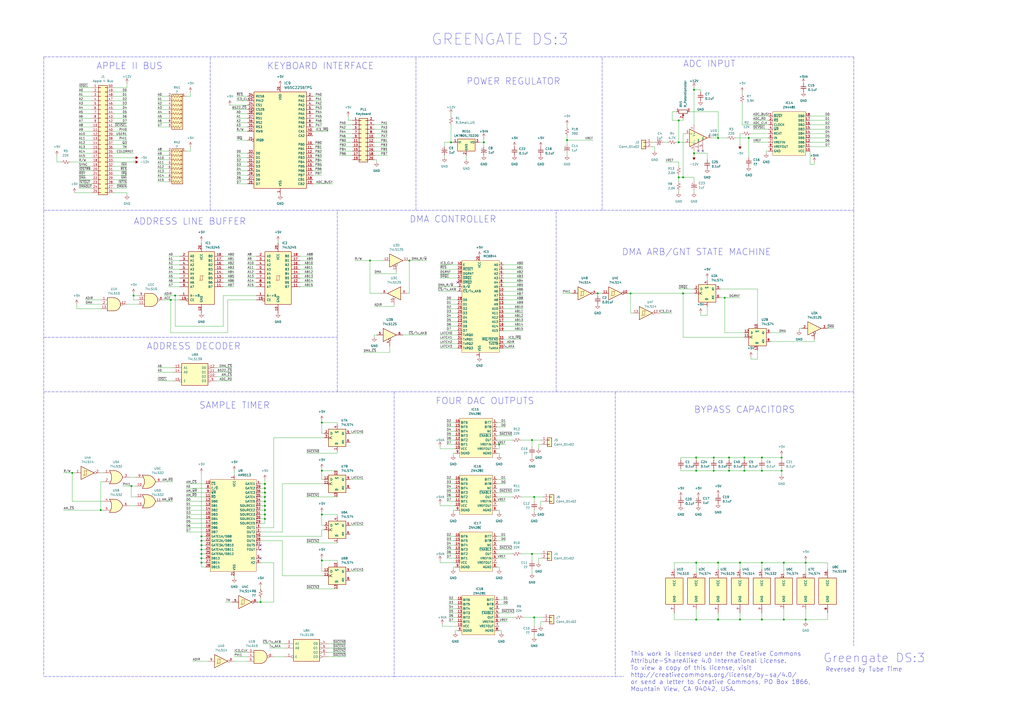
<source format=kicad_sch>
(kicad_sch (version 20230121) (generator eeschema)
  (paper "A2")
  (junction (at 346.71 170.18))
  (junction (at 308.61 255.27))
  (junction (at 116.84 321.31))
  (junction (at 403.86 326.39))
  (junction (at 453.39 265.43))
  (junction (at 416.56 359.41))
  (junction (at 422.91 273.05))
  (junction (at 153.67 298.45))
  (junction (at 416.56 326.39))
  (junction (at 153.67 300.99))
  (junction (at 431.8 265.43))
  (junction (at 414.02 265.43))
  (junction (at 116.84 323.85))
  (junction (at 116.84 313.69))
  (junction (at 116.84 326.39))
  (junction (at 186.69 325.12))
  (junction (at 153.67 295.91))
  (junction (at 441.96 265.43))
  (junction (at 402.59 52.07))
  (junction (at 101.6 171.45))
  (junction (at 99.06 173.99))
  (junction (at 153.67 285.75))
  (junction (at 309.88 288.29))
  (junction (at 403.86 265.43))
  (junction (at 153.67 288.29))
  (junction (at 116.84 318.77))
  (junction (at 429.26 326.39))
  (junction (at 454.66 326.39))
  (junction (at 402.59 88.9))
  (junction (at 414.02 273.05))
  (junction (at 467.36 326.39))
  (junction (at 393.7 69.85))
  (junction (at 429.26 359.41))
  (junction (at 365.76 170.18))
  (junction (at 454.66 359.41))
  (junction (at 280.67 82.55))
  (junction (at 289.56 257.81))
  (junction (at 153.67 280.67))
  (junction (at 214.63 151.13))
  (junction (at 393.7 102.87))
  (junction (at 153.67 290.83))
  (junction (at 186.69 245.11))
  (junction (at 420.37 172.72))
  (junction (at 116.84 311.15))
  (junction (at 396.24 102.87))
  (junction (at 186.69 273.05))
  (junction (at 403.86 273.05))
  (junction (at 416.56 80.01))
  (junction (at 261.62 82.55))
  (junction (at 403.86 359.41))
  (junction (at 186.69 298.45))
  (junction (at 393.7 82.55))
  (junction (at 441.96 359.41))
  (junction (at 396.24 170.18))
  (junction (at 453.39 273.05))
  (junction (at 441.96 326.39))
  (junction (at 116.84 316.23))
  (junction (at 309.88 358.14))
  (junction (at 41.91 274.32))
  (junction (at 434.34 80.01))
  (junction (at 237.49 151.13))
  (junction (at 153.67 293.37))
  (junction (at 76.2 281.94))
  (junction (at 151.13 349.25))
  (junction (at 153.67 283.21))
  (junction (at 431.8 273.05))
  (junction (at 308.61 321.31))
  (junction (at 441.96 273.05))
  (junction (at 58.42 295.91))
  (junction (at 77.47 171.45))
  (junction (at 467.36 359.41))
  (junction (at 328.93 81.28))
  (junction (at 422.91 265.43))
  (no_connect (at 405.13 87.63))
  (no_connect (at 407.67 87.63))
  (no_connect (at 151.13 323.85))
  (no_connect (at 151.13 318.77))
  (no_connect (at 151.13 316.23))
  (no_connect (at 265.43 163.83))
  (wire (pts (xy 217.17 92.71) (xy 218.44 92.71)))
  (wire (pts (xy 116.84 326.39) (xy 119.38 326.39)))
  (wire (pts (xy 173.99 148.59) (xy 181.61 148.59)))
  (wire (pts (xy 45.72 99.06) (xy 53.34 99.06)))
  (wire (pts (xy 414.02 271.78) (xy 414.02 273.05)))
  (wire (pts (xy 181.61 60.96) (xy 186.69 60.96)))
  (wire (pts (xy 66.04 88.9) (xy 77.47 88.9)))
  (wire (pts (xy 66.04 99.06) (xy 73.66 99.06)))
  (wire (pts (xy 429.26 355.6) (xy 429.26 359.41)))
  (wire (pts (xy 77.47 171.45) (xy 80.01 171.45)))
  (wire (pts (xy 190.5 373.38) (xy 200.66 373.38)))
  (polyline (pts (xy 322.58 121.92) (xy 495.3 121.92)) (stroke (width 0) (type dash)))
  (wire (pts (xy 110.49 53.34) (xy 110.49 55.88)))
  (wire (pts (xy 217.17 177.8) (xy 228.6 177.8)))
  (wire (pts (xy 129.54 171.45) (xy 129.54 189.23)))
  (wire (pts (xy 328.93 72.39) (xy 328.93 73.66)))
  (wire (pts (xy 66.04 66.04) (xy 73.66 66.04)))
  (wire (pts (xy 265.43 199.39) (xy 255.27 199.39)))
  (wire (pts (xy 158.75 306.07) (xy 151.13 306.07)))
  (wire (pts (xy 264.16 288.29) (xy 259.08 288.29)))
  (wire (pts (xy 43.18 274.32) (xy 41.91 274.32)))
  (wire (pts (xy 41.91 290.83) (xy 59.69 290.83)))
  (wire (pts (xy 135.89 273.05) (xy 135.89 275.59)))
  (wire (pts (xy 137.16 81.28) (xy 143.51 81.28)))
  (wire (pts (xy 66.04 109.22) (xy 73.66 109.22)))
  (wire (pts (xy 264.16 313.69) (xy 259.08 313.69)))
  (wire (pts (xy 181.61 88.9) (xy 186.69 88.9)))
  (wire (pts (xy 406.4 182.88) (xy 410.21 182.88)))
  (wire (pts (xy 303.53 191.77) (xy 292.1 191.77)))
  (polyline (pts (xy 228.6 392.43) (xy 356.87 392.43)) (stroke (width 0) (type dash)))
  (wire (pts (xy 308.61 255.27) (xy 302.26 255.27)))
  (wire (pts (xy 416.56 326.39) (xy 416.56 330.2)))
  (wire (pts (xy 226.06 200.66) (xy 226.06 204.47)))
  (wire (pts (xy 303.53 168.91) (xy 292.1 168.91)))
  (wire (pts (xy 44.45 176.53) (xy 44.45 179.07)))
  (wire (pts (xy 237.49 151.13) (xy 247.65 151.13)))
  (wire (pts (xy 134.62 63.5) (xy 143.51 63.5)))
  (wire (pts (xy 435.61 77.47) (xy 445.77 77.47)))
  (wire (pts (xy 58.42 279.4) (xy 59.69 279.4)))
  (wire (pts (xy 217.17 87.63) (xy 224.79 87.63)))
  (wire (pts (xy 417.83 167.64) (xy 439.42 167.64)))
  (wire (pts (xy 107.95 288.29) (xy 119.38 288.29)))
  (wire (pts (xy 416.56 64.77) (xy 416.56 80.01)))
  (wire (pts (xy 107.95 283.21) (xy 119.38 283.21)))
  (wire (pts (xy 91.44 63.5) (xy 97.79 63.5)))
  (wire (pts (xy 137.16 91.44) (xy 143.51 91.44)))
  (wire (pts (xy 173.99 158.75) (xy 181.61 158.75)))
  (wire (pts (xy 91.44 220.98) (xy 100.33 220.98)))
  (wire (pts (xy 303.53 179.07) (xy 292.1 179.07)))
  (wire (pts (xy 45.72 63.5) (xy 53.34 63.5)))
  (wire (pts (xy 66.04 86.36) (xy 73.66 86.36)))
  (wire (pts (xy 217.17 158.75) (xy 229.87 158.75)))
  (wire (pts (xy 133.35 60.96) (xy 143.51 60.96)))
  (wire (pts (xy 129.54 151.13) (xy 135.89 151.13)))
  (wire (pts (xy 43.18 111.76) (xy 53.34 111.76)))
  (wire (pts (xy 158.75 254) (xy 158.75 306.07)))
  (wire (pts (xy 97.79 153.67) (xy 104.14 153.67)))
  (wire (pts (xy 426.72 80.01) (xy 434.34 80.01)))
  (wire (pts (xy 429.26 359.41) (xy 441.96 359.41)))
  (wire (pts (xy 129.54 148.59) (xy 135.89 148.59)))
  (wire (pts (xy 431.8 265.43) (xy 431.8 266.7)))
  (wire (pts (xy 298.45 358.14) (xy 289.56 358.14)))
  (wire (pts (xy 298.45 355.6) (xy 289.56 355.6)))
  (wire (pts (xy 467.36 326.39) (xy 480.06 326.39)))
  (wire (pts (xy 45.72 50.8) (xy 53.34 50.8)))
  (wire (pts (xy 391.16 359.41) (xy 403.86 359.41)))
  (wire (pts (xy 391.16 355.6) (xy 391.16 359.41)))
  (wire (pts (xy 93.98 279.4) (xy 100.33 279.4)))
  (wire (pts (xy 290.83 365.76) (xy 290.83 367.03)))
  (wire (pts (xy 396.24 195.58) (xy 396.24 170.18)))
  (wire (pts (xy 116.84 328.93) (xy 116.84 326.39)))
  (wire (pts (xy 293.37 311.15) (xy 288.29 311.15)))
  (wire (pts (xy 130.81 349.25) (xy 134.62 349.25)))
  (wire (pts (xy 119.38 313.69) (xy 116.84 313.69)))
  (wire (pts (xy 125.73 213.36) (xy 134.62 213.36)))
  (wire (pts (xy 116.84 274.32) (xy 116.84 311.15)))
  (wire (pts (xy 392.43 64.77) (xy 389.89 64.77)))
  (wire (pts (xy 265.43 158.75) (xy 255.27 158.75)))
  (wire (pts (xy 436.88 74.93) (xy 445.77 74.93)))
  (wire (pts (xy 303.53 153.67) (xy 292.1 153.67)))
  (wire (pts (xy 313.69 290.83) (xy 313.69 293.37)))
  (wire (pts (xy 151.13 346.71) (xy 151.13 349.25)))
  (wire (pts (xy 204.47 90.17) (xy 196.85 90.17)))
  (wire (pts (xy 137.16 99.06) (xy 143.51 99.06)))
  (wire (pts (xy 187.96 304.8) (xy 186.69 304.8)))
  (wire (pts (xy 264.16 278.13) (xy 259.08 278.13)))
  (wire (pts (xy 173.99 156.21) (xy 181.61 156.21)))
  (wire (pts (xy 97.79 166.37) (xy 104.14 166.37)))
  (wire (pts (xy 472.44 95.25) (xy 472.44 93.98)))
  (wire (pts (xy 265.43 161.29) (xy 255.27 161.29)))
  (wire (pts (xy 416.56 80.01) (xy 412.75 80.01)))
  (wire (pts (xy 196.85 72.39) (xy 204.47 72.39)))
  (wire (pts (xy 151.13 340.36) (xy 151.13 341.63)))
  (wire (pts (xy 297.18 288.29) (xy 288.29 288.29)))
  (wire (pts (xy 66.04 93.98) (xy 77.47 93.98)))
  (wire (pts (xy 58.42 279.4) (xy 58.42 295.91)))
  (wire (pts (xy 441.96 326.39) (xy 441.96 330.2)))
  (wire (pts (xy 97.79 148.59) (xy 104.14 148.59)))
  (wire (pts (xy 76.2 288.29) (xy 78.74 288.29)))
  (wire (pts (xy 181.61 91.44) (xy 186.69 91.44)))
  (wire (pts (xy 313.69 360.68) (xy 313.69 363.22)))
  (wire (pts (xy 66.04 101.6) (xy 73.66 101.6)))
  (wire (pts (xy 195.58 273.05) (xy 186.69 273.05)))
  (wire (pts (xy 151.13 288.29) (xy 153.67 288.29)))
  (wire (pts (xy 66.04 106.68) (xy 73.66 106.68)))
  (wire (pts (xy 264.16 323.85) (xy 259.08 323.85)))
  (wire (pts (xy 313.69 323.85) (xy 312.42 323.85)))
  (wire (pts (xy 467.36 359.41) (xy 467.36 360.68)))
  (polyline (pts (xy 195.58 121.92) (xy 322.58 121.92)) (stroke (width 0) (type dash)))
  (wire (pts (xy 36.83 295.91) (xy 58.42 295.91)))
  (wire (pts (xy 403.86 271.78) (xy 403.86 273.05)))
  (wire (pts (xy 403.86 265.43) (xy 403.86 266.7)))
  (wire (pts (xy 132.08 193.04) (xy 99.06 193.04)))
  (wire (pts (xy 309.88 290.83) (xy 309.88 288.29)))
  (wire (pts (xy 294.64 350.52) (xy 289.56 350.52)))
  (wire (pts (xy 116.84 318.77) (xy 116.84 316.23)))
  (wire (pts (xy 265.43 355.6) (xy 260.35 355.6)))
  (wire (pts (xy 431.8 195.58) (xy 396.24 195.58)))
  (wire (pts (xy 229.87 158.75) (xy 229.87 157.48)))
  (wire (pts (xy 416.56 80.01) (xy 421.64 80.01)))
  (wire (pts (xy 181.61 106.68) (xy 193.04 106.68)))
  (wire (pts (xy 289.56 365.76) (xy 290.83 365.76)))
  (wire (pts (xy 45.72 101.6) (xy 53.34 101.6)))
  (wire (pts (xy 40.64 93.98) (xy 53.34 93.98)))
  (wire (pts (xy 303.53 156.21) (xy 292.1 156.21)))
  (wire (pts (xy 177.8 314.96) (xy 195.58 314.96)))
  (wire (pts (xy 203.2 304.8) (xy 210.82 304.8)))
  (wire (pts (xy 137.16 66.04) (xy 143.51 66.04)))
  (wire (pts (xy 107.95 306.07) (xy 119.38 306.07)))
  (wire (pts (xy 382.27 181.61) (xy 389.89 181.61)))
  (wire (pts (xy 265.43 360.68) (xy 260.35 360.68)))
  (wire (pts (xy 190.5 375.92) (xy 200.66 375.92)))
  (wire (pts (xy 265.43 179.07) (xy 259.08 179.07)))
  (wire (pts (xy 430.53 77.47) (xy 429.26 77.47)))
  (wire (pts (xy 293.37 247.65) (xy 288.29 247.65)))
  (wire (pts (xy 143.51 161.29) (xy 148.59 161.29)))
  (wire (pts (xy 422.91 273.05) (xy 431.8 273.05)))
  (wire (pts (xy 66.04 71.12) (xy 73.66 71.12)))
  (wire (pts (xy 196.85 80.01) (xy 204.47 80.01)))
  (wire (pts (xy 386.08 93.98) (xy 393.7 93.98)))
  (wire (pts (xy 97.79 151.13) (xy 104.14 151.13)))
  (wire (pts (xy 394.97 265.43) (xy 403.86 265.43)))
  (wire (pts (xy 454.66 353.06) (xy 454.66 359.41)))
  (wire (pts (xy 308.61 264.16) (xy 308.61 265.43)))
  (wire (pts (xy 143.51 151.13) (xy 148.59 151.13)))
  (wire (pts (xy 453.39 264.16) (xy 453.39 265.43)))
  (wire (pts (xy 393.7 102.87) (xy 396.24 102.87)))
  (wire (pts (xy 264.16 280.67) (xy 259.08 280.67)))
  (wire (pts (xy 397.51 77.47) (xy 396.24 77.47)))
  (wire (pts (xy 195.58 246.38) (xy 195.58 245.11)))
  (wire (pts (xy 66.04 78.74) (xy 73.66 78.74)))
  (wire (pts (xy 97.79 163.83) (xy 104.14 163.83)))
  (wire (pts (xy 265.43 365.76) (xy 264.16 365.76)))
  (wire (pts (xy 163.83 313.69) (xy 163.83 334.01)))
  (wire (pts (xy 217.17 195.58) (xy 217.17 194.31)))
  (wire (pts (xy 135.89 334.01) (xy 135.89 335.28)))
  (wire (pts (xy 217.17 77.47) (xy 224.79 77.47)))
  (wire (pts (xy 309.88 368.3) (xy 309.88 369.57)))
  (wire (pts (xy 158.75 349.25) (xy 158.75 326.39)))
  (wire (pts (xy 137.16 68.58) (xy 143.51 68.58)))
  (wire (pts (xy 303.53 184.15) (xy 292.1 184.15)))
  (wire (pts (xy 137.16 106.68) (xy 143.51 106.68)))
  (wire (pts (xy 201.93 67.31) (xy 201.93 69.85)))
  (wire (pts (xy 312.42 323.85) (xy 312.42 326.39)))
  (wire (pts (xy 346.71 170.18) (xy 349.25 170.18)))
  (wire (pts (xy 119.38 328.93) (xy 116.84 328.93)))
  (wire (pts (xy 173.99 163.83) (xy 181.61 163.83)))
  (wire (pts (xy 365.76 170.18) (xy 365.76 181.61)))
  (wire (pts (xy 45.72 91.44) (xy 53.34 91.44)))
  (wire (pts (xy 45.72 53.34) (xy 53.34 53.34)))
  (wire (pts (xy 481.33 77.47) (xy 469.9 77.47)))
  (wire (pts (xy 303.53 181.61) (xy 292.1 181.61)))
  (wire (pts (xy 33.02 90.17) (xy 33.02 93.98)))
  (wire (pts (xy 293.37 280.67) (xy 288.29 280.67)))
  (wire (pts (xy 137.16 55.88) (xy 143.51 55.88)))
  (wire (pts (xy 420.37 172.72) (xy 429.26 172.72)))
  (wire (pts (xy 293.37 290.83) (xy 288.29 290.83)))
  (wire (pts (xy 78.74 281.94) (xy 76.2 281.94)))
  (wire (pts (xy 264.16 311.15) (xy 259.08 311.15)))
  (wire (pts (xy 406.4 53.34) (xy 406.4 52.07)))
  (wire (pts (xy 45.72 58.42) (xy 53.34 58.42)))
  (wire (pts (xy 384.81 82.55) (xy 387.35 82.55)))
  (wire (pts (xy 137.16 71.12) (xy 143.51 71.12)))
  (wire (pts (xy 151.13 349.25) (xy 158.75 349.25)))
  (wire (pts (xy 389.89 69.85) (xy 393.7 69.85)))
  (wire (pts (xy 228.6 177.8) (xy 228.6 176.53)))
  (wire (pts (xy 45.72 104.14) (xy 53.34 104.14)))
  (wire (pts (xy 237.49 170.18) (xy 236.22 170.18)))
  (wire (pts (xy 158.75 326.39) (xy 151.13 326.39)))
  (wire (pts (xy 393.7 110.49) (xy 393.7 111.76)))
  (wire (pts (xy 430.53 59.69) (xy 430.53 72.39)))
  (wire (pts (xy 107.95 87.63) (xy 110.49 87.63)))
  (wire (pts (xy 265.43 176.53) (xy 259.08 176.53)))
  (wire (pts (xy 439.42 203.2) (xy 439.42 208.28)))
  (wire (pts (xy 294.64 347.98) (xy 289.56 347.98)))
  (wire (pts (xy 303.53 163.83) (xy 292.1 163.83)))
  (wire (pts (xy 467.36 359.41) (xy 467.36 353.06)))
  (wire (pts (xy 66.04 50.8) (xy 73.66 50.8)))
  (wire (pts (xy 214.63 151.13) (xy 222.25 151.13)))
  (polyline (pts (xy 25.4 195.58) (xy 195.58 195.58)) (stroke (width 0) (type dash)))
  (wire (pts (xy 153.67 298.45) (xy 153.67 300.99)))
  (wire (pts (xy 45.72 109.22) (xy 53.34 109.22)))
  (wire (pts (xy 76.2 281.94) (xy 76.2 288.29)))
  (wire (pts (xy 151.13 285.75) (xy 153.67 285.75)))
  (wire (pts (xy 257.81 85.09) (xy 257.81 82.55)))
  (wire (pts (xy 66.04 58.42) (xy 73.66 58.42)))
  (polyline (pts (xy 25.4 33.02) (xy 25.4 392.43)) (stroke (width 0) (type dash)))
  (wire (pts (xy 454.66 326.39) (xy 454.66 332.74)))
  (wire (pts (xy 44.45 179.07) (xy 58.42 179.07)))
  (wire (pts (xy 288.29 260.35) (xy 289.56 260.35)))
  (wire (pts (xy 314.96 360.68) (xy 313.69 360.68)))
  (wire (pts (xy 181.61 63.5) (xy 186.69 63.5)))
  (wire (pts (xy 97.79 158.75) (xy 104.14 158.75)))
  (wire (pts (xy 132.08 173.99) (xy 132.08 193.04)))
  (wire (pts (xy 481.33 85.09) (xy 469.9 85.09)))
  (wire (pts (xy 186.69 323.85) (xy 186.69 325.12)))
  (wire (pts (xy 218.44 92.71) (xy 218.44 93.98)))
  (wire (pts (xy 158.75 254) (xy 187.96 254)))
  (wire (pts (xy 264.16 247.65) (xy 259.08 247.65)))
  (wire (pts (xy 116.84 326.39) (xy 116.84 323.85)))
  (wire (pts (xy 308.61 321.31) (xy 302.26 321.31)))
  (wire (pts (xy 177.8 341.63) (xy 195.58 341.63)))
  (wire (pts (xy 66.04 96.52) (xy 73.66 96.52)))
  (wire (pts (xy 410.21 88.9) (xy 410.21 92.71)))
  (wire (pts (xy 429.26 326.39) (xy 429.26 330.2)))
  (wire (pts (xy 45.72 71.12) (xy 53.34 71.12)))
  (wire (pts (xy 469.9 87.63) (xy 469.9 95.25)))
  (wire (pts (xy 187.96 331.47) (xy 186.69 331.47)))
  (wire (pts (xy 394.97 271.78) (xy 394.97 273.05)))
  (wire (pts (xy 403.86 326.39) (xy 416.56 326.39)))
  (wire (pts (xy 289.56 328.93) (xy 289.56 330.2)))
  (wire (pts (xy 328.93 88.9) (xy 328.93 90.17)))
  (polyline (pts (xy 322.58 227.33) (xy 322.58 121.92)) (stroke (width 0) (type dash)))
  (wire (pts (xy 255.27 259.08) (xy 255.27 260.35)))
  (wire (pts (xy 217.17 85.09) (xy 224.79 85.09)))
  (wire (pts (xy 135.89 383.54) (xy 143.51 383.54)))
  (wire (pts (xy 255.27 325.12) (xy 255.27 326.39)))
  (wire (pts (xy 163.83 280.67) (xy 187.96 280.67)))
  (wire (pts (xy 378.46 85.09) (xy 379.73 85.09)))
  (wire (pts (xy 196.85 87.63) (xy 204.47 87.63)))
  (wire (pts (xy 107.95 300.99) (xy 119.38 300.99)))
  (wire (pts (xy 190.5 378.46) (xy 200.66 378.46)))
  (wire (pts (xy 91.44 215.9) (xy 100.33 215.9)))
  (wire (pts (xy 66.04 111.76) (xy 73.66 111.76)))
  (wire (pts (xy 394.97 273.05) (xy 403.86 273.05)))
  (wire (pts (xy 445.77 80.01) (xy 434.34 80.01)))
  (wire (pts (xy 364.49 170.18) (xy 365.76 170.18)))
  (wire (pts (xy 429.26 326.39) (xy 441.96 326.39)))
  (wire (pts (xy 45.72 78.74) (xy 53.34 78.74)))
  (wire (pts (xy 328.93 81.28) (xy 344.17 81.28)))
  (wire (pts (xy 45.72 68.58) (xy 53.34 68.58)))
  (wire (pts (xy 403.86 273.05) (xy 414.02 273.05)))
  (wire (pts (xy 308.61 259.08) (xy 308.61 255.27)))
  (wire (pts (xy 101.6 171.45) (xy 104.14 171.45)))
  (wire (pts (xy 328.93 81.28) (xy 328.93 83.82)))
  (wire (pts (xy 181.61 96.52) (xy 186.69 96.52)))
  (wire (pts (xy 93.98 290.83) (xy 100.33 290.83)))
  (wire (pts (xy 135.89 378.46) (xy 143.51 378.46)))
  (wire (pts (xy 453.39 271.78) (xy 453.39 273.05)))
  (wire (pts (xy 265.43 363.22) (xy 256.54 363.22)))
  (wire (pts (xy 262.89 295.91) (xy 262.89 297.18)))
  (wire (pts (xy 187.96 278.13) (xy 186.69 278.13)))
  (wire (pts (xy 151.13 295.91) (xy 153.67 295.91)))
  (wire (pts (xy 173.99 153.67) (xy 181.61 153.67)))
  (wire (pts (xy 91.44 95.25) (xy 97.79 95.25)))
  (wire (pts (xy 402.59 102.87) (xy 396.24 102.87)))
  (wire (pts (xy 403.86 353.06) (xy 403.86 359.41)))
  (wire (pts (xy 402.59 88.9) (xy 402.59 90.17)))
  (wire (pts (xy 137.16 96.52) (xy 143.51 96.52)))
  (polyline (pts (xy 495.3 33.02) (xy 495.3 227.33)) (stroke (width 0) (type dash)))
  (wire (pts (xy 66.04 81.28) (xy 73.66 81.28)))
  (wire (pts (xy 303.53 173.99) (xy 292.1 173.99)))
  (wire (pts (xy 91.44 92.71) (xy 97.79 92.71)))
  (wire (pts (xy 181.61 73.66) (xy 186.69 73.66)))
  (wire (pts (xy 416.56 359.41) (xy 429.26 359.41)))
  (wire (pts (xy 402.59 52.07) (xy 406.4 52.07)))
  (wire (pts (xy 453.39 273.05) (xy 453.39 275.59)))
  (wire (pts (xy 156.21 375.92) (xy 165.1 375.92)))
  (wire (pts (xy 186.69 273.05) (xy 186.69 271.78)))
  (wire (pts (xy 431.8 265.43) (xy 441.96 265.43)))
  (wire (pts (xy 297.18 318.77) (xy 288.29 318.77)))
  (wire (pts (xy 292.1 201.93) (xy 298.45 201.93)))
  (wire (pts (xy 71.12 281.94) (xy 76.2 281.94)))
  (wire (pts (xy 264.16 326.39) (xy 255.27 326.39)))
  (wire (pts (xy 186.69 243.84) (xy 186.69 245.11)))
  (wire (pts (xy 91.44 105.41) (xy 97.79 105.41)))
  (polyline (pts (xy 356.87 227.33) (xy 495.3 227.33)) (stroke (width 0) (type dash)))
  (wire (pts (xy 153.67 283.21) (xy 153.67 285.75)))
  (wire (pts (xy 99.06 193.04) (xy 99.06 173.99)))
  (wire (pts (xy 91.44 102.87) (xy 97.79 102.87)))
  (wire (pts (xy 217.17 194.31) (xy 218.44 194.31)))
  (wire (pts (xy 153.67 278.13) (xy 153.67 280.67)))
  (wire (pts (xy 45.72 55.88) (xy 53.34 55.88)))
  (wire (pts (xy 441.96 271.78) (xy 441.96 273.05)))
  (wire (pts (xy 393.7 167.64) (xy 402.59 167.64)))
  (wire (pts (xy 196.85 82.55) (xy 204.47 82.55)))
  (wire (pts (xy 393.7 82.55) (xy 397.51 82.55)))
  (wire (pts (xy 257.81 90.17) (xy 257.81 91.44)))
  (polyline (pts (xy 495.3 227.33) (xy 495.3 374.65)) (stroke (width 0) (type dash)))
  (wire (pts (xy 444.5 87.63) (xy 444.5 88.9)))
  (wire (pts (xy 151.13 283.21) (xy 153.67 283.21)))
  (wire (pts (xy 149.86 349.25) (xy 151.13 349.25)))
  (wire (pts (xy 402.59 52.07) (xy 402.59 72.39)))
  (wire (pts (xy 181.61 86.36) (xy 186.69 86.36)))
  (wire (pts (xy 97.79 161.29) (xy 104.14 161.29)))
  (wire (pts (xy 143.51 163.83) (xy 148.59 163.83)))
  (wire (pts (xy 151.13 293.37) (xy 153.67 293.37)))
  (wire (pts (xy 402.59 110.49) (xy 402.59 111.76)))
  (polyline (pts (xy 349.25 121.92) (xy 349.25 33.02)) (stroke (width 0) (type dash)))
  (wire (pts (xy 91.44 60.96) (xy 97.79 60.96)))
  (wire (pts (xy 414.02 265.43) (xy 422.91 265.43)))
  (wire (pts (xy 265.43 350.52) (xy 260.35 350.52)))
  (wire (pts (xy 367.03 181.61) (xy 365.76 181.61)))
  (wire (pts (xy 430.53 72.39) (xy 445.77 72.39)))
  (wire (pts (xy 45.72 96.52) (xy 53.34 96.52)))
  (wire (pts (xy 393.7 102.87) (xy 393.7 105.41)))
  (wire (pts (xy 177.8 288.29) (xy 195.58 288.29)))
  (wire (pts (xy 58.42 295.91) (xy 59.69 295.91)))
  (wire (pts (xy 297.18 255.27) (xy 288.29 255.27)))
  (wire (pts (xy 270.51 90.17) (xy 270.51 92.71)))
  (polyline (pts (xy 228.6 227.33) (xy 356.87 227.33)) (stroke (width 0) (type dash)))
  (wire (pts (xy 195.58 326.39) (xy 195.58 325.12)))
  (wire (pts (xy 66.04 68.58) (xy 73.66 68.58)))
  (wire (pts (xy 309.88 358.14) (xy 303.53 358.14)))
  (wire (pts (xy 264.16 365.76) (xy 264.16 367.03)))
  (wire (pts (xy 137.16 104.14) (xy 143.51 104.14)))
  (wire (pts (xy 181.61 93.98) (xy 186.69 93.98)))
  (wire (pts (xy 403.86 359.41) (xy 416.56 359.41)))
  (wire (pts (xy 195.58 298.45) (xy 195.58 299.72)))
  (wire (pts (xy 186.69 304.8) (xy 186.69 298.45)))
  (wire (pts (xy 441.96 273.05) (xy 453.39 273.05)))
  (wire (pts (xy 264.16 252.73) (xy 259.08 252.73)))
  (wire (pts (xy 313.69 257.81) (xy 312.42 257.81)))
  (wire (pts (xy 73.66 111.76) (xy 73.66 113.03)))
  (wire (pts (xy 137.16 58.42) (xy 143.51 58.42)))
  (wire (pts (xy 41.91 274.32) (xy 41.91 290.83)))
  (wire (pts (xy 91.44 73.66) (xy 97.79 73.66)))
  (wire (pts (xy 153.67 280.67) (xy 153.67 283.21)))
  (wire (pts (xy 402.59 87.63) (xy 402.59 88.9)))
  (wire (pts (xy 116.84 313.69) (xy 116.84 311.15)))
  (wire (pts (xy 264.16 285.75) (xy 259.08 285.75)))
  (wire (pts (xy 125.73 215.9) (xy 134.62 215.9)))
  (wire (pts (xy 151.13 280.67) (xy 153.67 280.67)))
  (wire (pts (xy 254 166.37) (xy 265.43 166.37)))
  (wire (pts (xy 187.96 307.34) (xy 186.69 307.34)))
  (wire (pts (xy 177.8 262.89) (xy 195.58 262.89)))
  (wire (pts (xy 445.77 87.63) (xy 444.5 87.63)))
  (wire (pts (xy 265.43 181.61) (xy 259.08 181.61)))
  (wire (pts (xy 441.96 359.41) (xy 454.66 359.41)))
  (wire (pts (xy 91.44 68.58) (xy 97.79 68.58)))
  (wire (pts (xy 101.6 189.23) (xy 101.6 171.45)))
  (wire (pts (xy 181.61 58.42) (xy 186.69 58.42)))
  (wire (pts (xy 265.43 156.21) (xy 255.27 156.21)))
  (wire (pts (xy 410.21 182.88) (xy 410.21 177.8)))
  (wire (pts (xy 125.73 220.98) (xy 134.62 220.98)))
  (wire (pts (xy 303.53 186.69) (xy 292.1 186.69)))
  (wire (pts (xy 292.1 196.85) (xy 302.26 196.85)))
  (wire (pts (xy 203.2 278.13) (xy 210.82 278.13)))
  (wire (pts (xy 435.61 207.01) (xy 435.61 208.28)))
  (wire (pts (xy 143.51 158.75) (xy 148.59 158.75)))
  (wire (pts (xy 107.95 290.83) (xy 119.38 290.83)))
  (wire (pts (xy 129.54 156.21) (xy 135.89 156.21)))
  (wire (pts (xy 265.43 201.93) (xy 255.27 201.93)))
  (wire (pts (xy 314.96 290.83) (xy 313.69 290.83)))
  (wire (pts (xy 420.37 172.72) (xy 420.37 193.04)))
  (wire (pts (xy 45.72 66.04) (xy 53.34 66.04)))
  (wire (pts (xy 111.76 383.54) (xy 120.65 383.54)))
  (wire (pts (xy 265.43 189.23) (xy 259.08 189.23)))
  (wire (pts (xy 264.16 316.23) (xy 259.08 316.23)))
  (wire (pts (xy 265.43 153.67) (xy 255.27 153.67)))
  (wire (pts (xy 481.33 67.31) (xy 469.9 67.31)))
  (wire (pts (xy 422.91 265.43) (xy 431.8 265.43)))
  (wire (pts (xy 434.34 80.01) (xy 434.34 91.44)))
  (wire (pts (xy 196.85 85.09) (xy 204.47 85.09)))
  (wire (pts (xy 309.88 295.91) (xy 309.88 297.18)))
  (wire (pts (xy 151.13 303.53) (xy 153.67 303.53)))
  (wire (pts (xy 403.86 265.43) (xy 414.02 265.43)))
  (wire (pts (xy 389.89 64.77) (xy 389.89 69.85)))
  (wire (pts (xy 480.06 355.6) (xy 480.06 359.41)))
  (wire (pts (xy 58.42 274.32) (xy 59.69 274.32)))
  (wire (pts (xy 292.1 199.39) (xy 298.45 199.39)))
  (wire (pts (xy 203.2 331.47) (xy 210.82 331.47)))
  (wire (pts (xy 441.96 359.41) (xy 441.96 355.6)))
  (wire (pts (xy 148.59 171.45) (xy 129.54 171.45)))
  (wire (pts (xy 393.7 101.6) (xy 393.7 102.87)))
  (wire (pts (xy 233.68 194.31) (xy 247.65 194.31)))
  (wire (pts (xy 116.84 139.7) (xy 116.84 140.97)))
  (wire (pts (xy 214.63 151.13) (xy 214.63 170.18)))
  (wire (pts (xy 480.06 330.2) (xy 480.06 326.39)))
  (wire (pts (xy 441.96 266.7) (xy 441.96 265.43)))
  (wire (pts (xy 119.38 316.23) (xy 116.84 316.23)))
  (wire (pts (xy 303.53 189.23) (xy 292.1 189.23)))
  (wire (pts (xy 163.83 334.01) (xy 187.96 334.01)))
  (wire (pts (xy 264.16 328.93) (xy 262.89 328.93)))
  (wire (pts (xy 394.97 266.7) (xy 394.97 265.43)))
  (wire (pts (xy 77.47 171.45) (xy 77.47 173.99)))
  (wire (pts (xy 97.79 156.21) (xy 104.14 156.21)))
  (wire (pts (xy 467.36 359.41) (xy 480.06 359.41)))
  (wire (pts (xy 430.53 53.34) (xy 430.53 54.61)))
  (wire (pts (xy 257.81 82.55) (xy 261.62 82.55)))
  (polyline (pts (xy 25.4 121.92) (xy 195.58 121.92)) (stroke (width 0) (type dash)))
  (polyline (pts (xy 356.87 392.43) (xy 361.95 392.43)) (stroke (width 0) (type dash)))
  (wire (pts (xy 416.56 326.39) (xy 429.26 326.39)))
  (wire (pts (xy 205.74 151.13) (xy 214.63 151.13)))
  (wire (pts (xy 66.04 76.2) (xy 73.66 76.2)))
  (wire (pts (xy 393.7 96.52) (xy 393.7 93.98)))
  (wire (pts (xy 396.24 170.18) (xy 402.59 170.18)))
  (wire (pts (xy 400.05 64.77) (xy 416.56 64.77)))
  (wire (pts (xy 107.95 303.53) (xy 119.38 303.53)))
  (wire (pts (xy 148.59 173.99) (xy 132.08 173.99)))
  (wire (pts (xy 289.56 295.91) (xy 289.56 297.18)))
  (wire (pts (xy 181.61 66.04) (xy 186.69 66.04)))
  (wire (pts (xy 66.04 73.66) (xy 73.66 73.66)))
  (wire (pts (xy 378.46 82.55) (xy 379.73 82.55)))
  (wire (pts (xy 417.83 172.72) (xy 420.37 172.72)))
  (wire (pts (xy 186.69 325.12) (xy 195.58 325.12)))
  (polyline (pts (xy 121.92 121.92) (xy 121.92 33.02)) (stroke (width 0) (type dash)))
  (wire (pts (xy 129.54 163.83) (xy 135.89 163.83)))
  (wire (pts (xy 45.72 81.28) (xy 53.34 81.28)))
  (wire (pts (xy 265.43 196.85) (xy 255.27 196.85)))
  (wire (pts (xy 278.13 82.55) (xy 280.67 82.55)))
  (wire (pts (xy 129.54 158.75) (xy 135.89 158.75)))
  (wire (pts (xy 297.18 321.31) (xy 288.29 321.31)))
  (wire (pts (xy 237.49 151.13) (xy 237.49 170.18)))
  (wire (pts (xy 77.47 170.18) (xy 77.47 171.45)))
  (wire (pts (xy 129.54 161.29) (xy 135.89 161.29)))
  (wire (pts (xy 312.42 257.81) (xy 312.42 260.35)))
  (wire (pts (xy 393.7 69.85) (xy 393.7 82.55)))
  (wire (pts (xy 91.44 66.04) (xy 97.79 66.04)))
  (wire (pts (xy 49.53 173.99) (xy 58.42 173.99)))
  (wire (pts (xy 143.51 156.21) (xy 148.59 156.21)))
  (wire (pts (xy 402.59 50.8) (xy 402.59 52.07)))
  (wire (pts (xy 265.43 186.69) (xy 259.08 186.69)))
  (wire (pts (xy 135.89 381) (xy 143.51 381)))
  (wire (pts (xy 186.69 245.11) (xy 186.69 251.46)))
  (wire (pts (xy 422.91 265.43) (xy 422.91 266.7)))
  (wire (pts (xy 110.49 85.09) (xy 110.49 87.63)))
  (wire (pts (xy 137.16 73.66) (xy 143.51 73.66)))
  (wire (pts (xy 153.67 300.99) (xy 153.67 303.53)))
  (wire (pts (xy 161.29 139.7) (xy 161.29 140.97)))
  (polyline (pts (xy 25.4 33.02) (xy 495.3 33.02)) (stroke (width 0) (type dash)))
  (wire (pts (xy 107.95 55.88) (xy 110.49 55.88)))
  (wire (pts (xy 66.04 55.88) (xy 73.66 55.88)))
  (wire (pts (xy 436.88 69.85) (xy 445.77 69.85)))
  (wire (pts (xy 288.29 295.91) (xy 289.56 295.91)))
  (wire (pts (xy 107.95 295.91) (xy 119.38 295.91)))
  (wire (pts (xy 91.44 213.36) (xy 100.33 213.36)))
  (wire (pts (xy 173.99 151.13) (xy 181.61 151.13)))
  (wire (pts (xy 99.06 173.99) (xy 104.14 173.99)))
  (wire (pts (xy 201.93 69.85) (xy 204.47 69.85)))
  (wire (pts (xy 289.56 262.89) (xy 289.56 264.16)))
  (wire (pts (xy 95.25 171.45) (xy 101.6 171.45)))
  (wire (pts (xy 195.58 261.62) (xy 195.58 262.89)))
  (wire (pts (xy 264.16 245.11) (xy 259.08 245.11)))
  (wire (pts (xy 309.88 288.29) (xy 302.26 288.29)))
  (wire (pts (xy 480.06 190.5) (xy 483.87 190.5)))
  (wire (pts (xy 116.84 316.23) (xy 116.84 313.69)))
  (wire (pts (xy 294.64 360.68) (xy 289.56 360.68)))
  (wire (pts (xy 36.83 274.32) (xy 41.91 274.32)))
  (wire (pts (xy 396.24 68.58) (xy 396.24 69.85)))
  (wire (pts (xy 73.66 176.53) (xy 80.01 176.53)))
  (wire (pts (xy 181.61 101.6) (xy 186.69 101.6)))
  (wire (pts (xy 481.33 69.85) (xy 469.9 69.85)))
  (wire (pts (xy 49.53 176.53) (xy 58.42 176.53)))
  (wire (pts (xy 264.16 262.89) (xy 262.89 262.89)))
  (wire (pts (xy 439.42 167.64) (xy 439.42 187.96)))
  (wire (pts (xy 441.96 326.39) (xy 454.66 326.39)))
  (wire (pts (xy 264.16 255.27) (xy 259.08 255.27)))
  (wire (pts (xy 393.7 69.85) (xy 396.24 69.85)))
  (wire (pts (xy 422.91 271.78) (xy 422.91 273.05)))
  (wire (pts (xy 441.96 273.05) (xy 431.8 273.05)))
  (wire (pts (xy 91.44 90.17) (xy 97.79 90.17)))
  (wire (pts (xy 153.67 295.91) (xy 153.67 298.45)))
  (wire (pts (xy 186.69 325.12) (xy 186.69 331.47)))
  (wire (pts (xy 264.16 283.21) (xy 259.08 283.21)))
  (wire (pts (xy 73.66 48.26) (xy 73.66 50.8)))
  (wire (pts (xy 264.16 260.35) (xy 255.27 260.35)))
  (wire (pts (xy 217.17 90.17) (xy 224.79 90.17)))
  (wire (pts (xy 181.61 83.82) (xy 186.69 83.82)))
  (polyline (pts (xy 228.6 392.43) (xy 25.4 392.43)) (stroke (width 0) (type dash)))
  (wire (pts (xy 261.62 72.39) (xy 261.62 82.55)))
  (wire (pts (xy 66.04 63.5) (xy 73.66 63.5)))
  (wire (pts (xy 262.89 82.55) (xy 261.62 82.55)))
  (wire (pts (xy 190.5 381) (xy 200.66 381)))
  (wire (pts (xy 116.84 323.85) (xy 119.38 323.85)))
  (wire (pts (xy 91.44 55.88) (xy 97.79 55.88)))
  (polyline (pts (xy 356.87 227.33) (xy 356.87 392.43)) (stroke (width 0) (type dash)))
  (wire (pts (xy 158.75 381) (xy 165.1 381)))
  (wire (pts (xy 328.93 78.74) (xy 328.93 81.28)))
  (wire (pts (xy 264.16 321.31) (xy 259.08 321.31)))
  (wire (pts (xy 467.36 326.39) (xy 467.36 332.74)))
  (wire (pts (xy 186.69 251.46) (xy 187.96 251.46)))
  (wire (pts (xy 391.16 326.39) (xy 403.86 326.39)))
  (wire (pts (xy 91.44 97.79) (xy 97.79 97.79)))
  (wire (pts (xy 264.16 318.77) (xy 259.08 318.77)))
  (wire (pts (xy 331.47 170.18) (xy 326.39 170.18)))
  (wire (pts (xy 303.53 176.53) (xy 292.1 176.53)))
  (wire (pts (xy 262.89 262.89) (xy 262.89 264.16)))
  (wire (pts (xy 481.33 82.55) (xy 469.9 82.55)))
  (wire (pts (xy 303.53 166.37) (xy 292.1 166.37)))
  (wire (pts (xy 95.25 173.99) (xy 99.06 173.99)))
  (wire (pts (xy 91.44 71.12) (xy 97.79 71.12)))
  (wire (pts (xy 91.44 58.42) (xy 97.79 58.42)))
  (wire (pts (xy 463.55 190.5) (xy 464.82 190.5)))
  (wire (pts (xy 402.59 102.87) (xy 402.59 105.41)))
  (wire (pts (xy 203.2 251.46) (xy 210.82 251.46)))
  (wire (pts (xy 429.26 77.47) (xy 429.26 83.82)))
  (wire (pts (xy 153.67 293.37) (xy 153.67 295.91)))
  (wire (pts (xy 125.73 218.44) (xy 134.62 218.44)))
  (wire (pts (xy 186.69 273.05) (xy 186.69 278.13)))
  (polyline (pts (xy 241.3 121.92) (xy 241.3 33.02)) (stroke (width 0) (type dash)))
  (wire (pts (xy 365.76 170.18) (xy 396.24 170.18)))
  (wire (pts (xy 481.33 72.39) (xy 469.9 72.39)))
  (wire (pts (xy 45.72 86.36) (xy 53.34 86.36)))
  (wire (pts (xy 313.69 321.31) (xy 308.61 321.31)))
  (wire (pts (xy 129.54 153.67) (xy 135.89 153.67)))
  (wire (pts (xy 181.61 68.58) (xy 186.69 68.58)))
  (wire (pts (xy 288.29 262.89) (xy 289.56 262.89)))
  (wire (pts (xy 265.43 173.99) (xy 259.08 173.99)))
  (wire (pts (xy 35.56 93.98) (xy 33.02 93.98)))
  (wire (pts (xy 137.16 76.2) (xy 143.51 76.2)))
  (wire (pts (xy 151.13 300.99) (xy 153.67 300.99)))
  (wire (pts (xy 45.72 76.2) (xy 53.34 76.2)))
  (wire (pts (xy 435.61 208.28) (xy 439.42 208.28)))
  (wire (pts (xy 254 168.91) (xy 265.43 168.91)))
  (wire (pts (xy 45.72 73.66) (xy 53.34 73.66)))
  (wire (pts (xy 107.95 298.45) (xy 119.38 298.45)))
  (wire (pts (xy 217.17 74.93) (xy 224.79 74.93)))
  (wire (pts (xy 289.56 257.81) (xy 288.29 257.81)))
  (wire (pts (xy 289.56 257.81) (xy 289.56 260.35)))
  (wire (pts (xy 264.16 295.91) (xy 262.89 295.91)))
  (wire (pts (xy 288.29 328.93) (xy 289.56 328.93)))
  (wire (pts (xy 293.37 245.11) (xy 288.29 245.11)))
  (wire (pts (xy 163.83 308.61) (xy 163.83 280.67)))
  (wire (pts (xy 77.47 173.99) (xy 80.01 173.99)))
  (wire (pts (xy 313.69 255.27) (xy 308.61 255.27)))
  (wire (pts (xy 74.93 293.37) (xy 78.74 293.37)))
  (wire (pts (xy 173.99 166.37) (xy 181.61 166.37)))
  (wire (pts (xy 379.73 85.09) (xy 379.73 87.63)))
  (wire (pts (xy 217.17 72.39) (xy 224.79 72.39)))
  (wire (pts (xy 153.67 288.29) (xy 153.67 290.83)))
  (wire (pts (xy 181.61 71.12) (xy 186.69 71.12)))
  (wire (pts (xy 74.93 276.86) (xy 78.74 276.86)))
  (wire (pts (xy 116.84 321.31) (xy 116.84 318.77)))
  (wire (pts (xy 280.67 80.01) (xy 280.67 82.55)))
  (wire (pts (xy 436.88 82.55) (xy 445.77 82.55)))
  (wire (pts (xy 91.44 87.63) (xy 97.79 87.63)))
  (wire (pts (xy 441.96 265.43) (xy 453.39 265.43)))
  (wire (pts (xy 469.9 95.25) (xy 472.44 95.25)))
  (wire (pts (xy 293.37 313.69) (xy 288.29 313.69)))
  (wire (pts (xy 153.67 285.75) (xy 153.67 288.29)))
  (wire (pts (xy 66.04 53.34) (xy 73.66 53.34)))
  (wire (pts (xy 116.84 323.85) (xy 116.84 321.31)))
  (wire (pts (xy 463.55 191.77) (xy 463.55 190.5)))
  (wire (pts (xy 265.43 353.06) (xy 260.35 353.06)))
  (wire (pts (xy 280.67 85.09) (xy 280.67 82.55)))
  (wire (pts (xy 196.85 74.93) (xy 204.47 74.93)))
  (wire (pts (xy 392.43 82.55) (xy 393.7 82.55)))
  (wire (pts (xy 265.43 347.98) (xy 260.35 347.98)))
  (wire (pts (xy 261.62 66.04) (xy 261.62 67.31)))
  (wire (pts (xy 214.63 170.18) (xy 220.98 170.18)))
  (wire (pts (xy 403.86 326.39) (xy 403.86 332.74)))
  (wire (pts (xy 481.33 80.01) (xy 469.9 80.01)))
  (wire (pts (xy 143.51 148.59) (xy 148.59 148.59)))
  (wire (pts (xy 454.66 326.39) (xy 467.36 326.39)))
  (wire (pts (xy 481.33 74.93) (xy 469.9 74.93)))
  (wire (pts (xy 314.96 358.14) (xy 309.88 358.14)))
  (wire (pts (xy 265.43 358.14) (xy 260.35 358.14)))
  (wire (pts (xy 186.69 245.11) (xy 195.58 245.11)))
  (wire (pts (xy 226.06 204.47) (xy 210.82 204.47)))
  (wire (pts (xy 137.16 101.6) (xy 143.51 101.6)))
  (wire (pts (xy 265.43 191.77) (xy 259.08 191.77)))
  (wire (pts (xy 66.04 83.82) (xy 73.66 83.82)))
  (wire (pts (xy 116.84 318.77) (xy 119.38 318.77)))
  (wire (pts (xy 129.54 166.37) (xy 135.89 166.37)))
  (wire (pts (xy 447.04 198.12) (xy 472.44 198.12)))
  (wire (pts (xy 414.02 265.43) (xy 414.02 266.7)))
  (wire (pts (xy 119.38 311.15) (xy 116.84 311.15)))
  (wire (pts (xy 297.18 252.73) (xy 288.29 252.73)))
  (wire (pts (xy 256.54 361.95) (xy 256.54 363.22)))
  (wire (pts (xy 186.69 307.34) (xy 186.69 311.15)))
  (wire (pts (xy 107.95 280.67) (xy 119.38 280.67)))
  (wire (pts (xy 186.69 298.45) (xy 195.58 298.45)))
  (wire (pts (xy 173.99 161.29) (xy 181.61 161.29)))
  (wire (pts (xy 116.84 321.31) (xy 119.38 321.31)))
  (wire (pts (xy 186.69 297.18) (xy 186.69 298.45)))
  (wire (pts (xy 107.95 308.61) (xy 119.38 308.61)))
  (wire (pts (xy 308.61 325.12) (xy 308.61 321.31)))
  (wire (pts (xy 151.13 298.45) (xy 153.67 298.45)))
  (wire (pts (xy 91.44 100.33) (xy 97.79 100.33)))
  (wire (pts (xy 181.61 55.88) (xy 186.69 55.88)))
  (wire (pts (xy 346.71 170.18) (xy 346.71 171.45)))
  (wire (pts (xy 454.66 359.41) (xy 467.36 359.41)))
  (wire (pts (xy 416.56 355.6) (xy 416.56 359.41)))
  (wire (pts (xy 264.16 250.19) (xy 259.08 250.19)))
  (wire (pts (xy 293.37 278.13) (xy 288.29 278.13)))
  (wire (pts (xy 402.59 88.9) (xy 410.21 88.9)))
  (wire (pts (xy 143.51 166.37) (xy 148.59 166.37)))
  (polyline (pts (xy 195.58 227.33) (xy 195.58 121.92)) (stroke (width 0) (type dash)))
  (wire (pts (xy 186.69 311.15) (xy 151.13 311.15)))
  (wire (pts (xy 151.13 308.61) (xy 163.83 308.61)))
  (wire (pts (xy 45.72 88.9) (xy 53.34 88.9)))
  (wire (pts (xy 217.17 80.01) (xy 224.79 80.01)))
  (wire (pts (xy 309.88 363.22) (xy 309.88 358.14)))
  (wire (pts (xy 196.85 77.47) (xy 204.47 77.47)))
  (wire (pts (xy 151.13 313.69) (xy 163.83 313.69)))
  (wire (pts (xy 293.37 323.85) (xy 288.29 323.85)))
  (wire (pts (xy 45.72 106.68) (xy 53.34 106.68)))
  (wire (pts (xy 420.37 193.04) (xy 431.8 193.04)))
  (wire (pts (xy 414.02 273.05) (xy 422.91 273.05)))
  (wire (pts (xy 181.61 99.06) (xy 186.69 99.06)))
  (wire (pts (xy 107.95 285.75) (xy 119.38 285.75)))
  (wire (pts (xy 303.53 158.75) (xy 292.1 158.75)))
  (wire (pts (xy 107.95 293.37) (xy 119.38 293.37)))
  (wire (pts (xy 314.96 288.29) (xy 309.88 288.29)))
  (wire (pts (xy 264.16 257.81) (xy 259.08 257.81)))
  (wire (pts (xy 264.16 293.37) (xy 255.27 293.37)))
  (wire (pts (xy 303.53 171.45) (xy 292.1 171.45)))
  (polyline (pts (xy 25.4 227.33) (xy 228.6 227.33)) (stroke (width 0) (type dash)))
  (wire (pts (xy 410.21 161.29) (xy 410.21 162.56)))
  (wire (pts (xy 262.89 328.93) (xy 262.89 330.2)))
  (wire (pts (xy 293.37 257.81) (xy 289.56 257.81)))
  (wire (pts (xy 66.04 104.14) (xy 73.66 104.14)))
  (wire (pts (xy 264.16 290.83) (xy 259.08 290.83)))
  (wire (pts (xy 297.18 285.75) (xy 288.29 285.75)))
  (wire (pts (xy 151.13 290.83) (xy 153.67 290.83)))
  (wire (pts (xy 303.53 161.29) (xy 292.1 161.29)))
  (wire (pts (xy 137.16 88.9) (xy 143.51 88.9)))
  (wire (pts (xy 152.4 373.38) (xy 165.1 373.38)))
  (wire (pts (xy 143.51 153.67) (xy 148.59 153.67)))
  (wire (pts (xy 406.4 182.88) (xy 406.4 181.61)))
  (wire (pts (xy 431.8 273.05) (xy 431.8 271.78)))
  (wire (pts (xy 217.17 82.55) (xy 224.79 82.55)))
  (wire (pts (xy 265.43 194.31) (xy 255.27 194.31)))
  (wire (pts (xy 453.39 266.7) (xy 453.39 265.43)))
  (wire (pts (xy 153.67 290.83) (xy 153.67 293.37)))
  (wire (pts (xy 66.04 60.96) (xy 73.66 60.96)))
  (wire (pts (xy 66.04 91.44) (xy 77.47 91.44)))
  (wire (pts (xy 436.88 67.31) (xy 445.77 67.31)))
  (wire (pts (xy 447.04 193.04) (xy 455.93 193.04)))
  (wire (pts (xy 181.61 76.2) (xy 190.5 76.2)))
  (polyline (pts (xy 228.6 227.33) (xy 228.6 392.43)) (stroke (width 0) (type dash)))
  (wire (pts (xy 265.43 184.15) (xy 259.08 184.15)))
  (wire (pts (xy 467.36 325.12) (xy 467.36 326.39)))
  (wire (pts (xy 255.27 292.1) (xy 255.27 293.37)))
  (wire (pts (xy 45.72 60.96) (xy 53.34 60.96)))
  (wire (pts (xy 308.61 330.2) (xy 308.61 332.74)))
  (wire (pts (xy 472.44 196.85) (xy 472.44 198.12)))
  (wire (pts (xy 391.16 330.2) (xy 391.16 326.39)))
  (wire (pts (xy 396.24 77.47) (xy 396.24 102.87)))
  (wire (pts (xy 129.54 189.23) (xy 101.6 189.23)))
  (wire (pts (xy 45.72 83.82) (xy 53.34 83.82)))
  (wire (pts (xy 137.16 93.98) (xy 143.51 93.98)))
  (text "DMA CONTROLLER" (at 237.49 129.54 0) (effects (font (size 3.81 3.81)) (justify left bottom)))
  (text "SAMPLE TIMER" (at 115.57 237.49 0) (effects (font (size 3.81 3.81)) (justify left bottom)))
  (text "GREENGATE DS:3" (at 250.19 26.67 0) (effects (font (size 6.35 6.35)) (justify left bottom)))
  (text "This work is licensed under the Creative Commons\nAttribute-ShareAlike 4.0 International License.\nTo view a copy of this license, visit\nhttp://creativecommons.org/license/by-sa/4.0/\nor send a letter to Creative Commons, PO Box 1866,\nMountain View, CA 94042, USA." (at 365.76 401.32 0) (effects (font (size 2.54 2.54)) (justify left bottom)))
  (text "Reversed by Tube Time" (at 478.79 389.89 0) (effects (font (size 2.54 2.54)) (justify left bottom)))
  (text "DMA ARB/GNT STATE MACHINE" (at 360.68 148.59 0) (effects (font (size 3.81 3.81)) (justify left bottom)))
  (text "ADDRESS DECODER" (at 85.09 203.2 0) (effects (font (size 3.81 3.81)) (justify left bottom)))
  (text "KEYBOARD INTERFACE" (at 154.94 40.64 0) (effects (font (size 3.81 3.81)) (justify left bottom)))
  (text "FOUR DAC OUTPUTS" (at 252.73 234.95 0) (effects (font (size 3.81 3.81)) (justify left bottom)))
  (text "BYPASS CAPACITORS" (at 402.59 240.03 0) (effects (font (size 3.81 3.81)) (justify left bottom)))
  (text "POWER REGULATOR" (at 270.51 49.53 0) (effects (font (size 3.81 3.81)) (justify left bottom)))
  (text "APPLE II BUS" (at 55.88 40.64 0) (effects (font (size 3.81 3.81)) (justify left bottom)))
  (text "ADC INPUT" (at 396.24 39.37 0) (effects (font (size 3.81 3.81)) (justify left bottom)))
  (text "ADDRESS LINE BUFFER" (at 77.47 130.81 0) (effects (font (size 3.81 3.81)) (justify left bottom)))
  (text "Greengate DS:3" (at 477.52 384.81 0) (effects (font (size 5.08 5.08)) (justify left bottom)))
  (label "PB2" (at 196.85 85.09 0))
  (label "AB1" (at 135.89 151.13 180))
  (label "D0" (at 481.33 67.31 180))
  (label "D6" (at 107.95 306.07 0))
  (label "AM_~{RD}" (at 107.95 288.29 0))
  (label "A2" (at 45.72 58.42 0))
  (label "D0" (at 259.08 173.99 0))
  (label "A15" (at 45.72 91.44 0))
  (label "PB7" (at 224.79 90.17 180))
  (label "D3" (at 107.95 298.45 0))
  (label "ADIR" (at 111.76 383.54 0))
  (label "PA0" (at 196.85 72.39 0))
  (label "D6" (at 137.16 104.14 0))
  (label "D2" (at 481.33 72.39 180))
  (label "AB9" (at 181.61 151.13 180))
  (label "D7" (at 481.33 85.09 180))
  (label "A11" (at 91.44 95.25 0))
  (label "SYNC" (at 45.72 96.52 0))
  (label "D2" (at 137.16 93.98 0))
  (label "A0" (at 107.95 283.21 0))
  (label "~{DACEN3}" (at 177.8 341.63 0))
  (label "AB8" (at 181.61 148.59 180))
  (label "R{slash}W" (at 137.16 76.2 0))
  (label "A2" (at 91.44 60.96 0))
  (label "~{DMAIN}" (at 73.66 109.22 180))
  (label "PA5" (at 224.79 77.47 180))
  (label "D0" (at 294.64 350.52 180))
  (label "~{DACEN1}" (at 200.66 375.92 180))
  (label "Q3" (at 73.66 83.82 180))
  (label "~{DACEN0}" (at 200.66 373.38 180))
  (label "IC3_CLK" (at 137.16 58.42 0))
  (label "A10" (at 91.44 92.71 0))
  (label "D1" (at 73.66 55.88 180))
  (label "PA0" (at 186.69 55.88 180))
  (label "A7" (at 91.44 73.66 0))
  (label "LATCH2" (at 210.82 304.8 180))
  (label "D7" (at 259.08 191.77 0))
  (label "D3" (at 259.08 280.67 0))
  (label "A5" (at 91.44 215.9 0))
  (label "PB5" (at 224.79 87.63 180))
  (label "VREF" (at 293.37 323.85 180))
  (label "~{IRQ}" (at 73.66 101.6 180))
  (label "A5" (at 97.79 161.29 0))
  (label "~{DEVSEL}" (at 73.66 73.66 180))
  (label "D6" (at 259.08 189.23 0))
  (label "D6" (at 481.33 82.55 180))
  (label "A5" (at 45.72 66.04 0))
  (label "D5" (at 259.08 186.69 0))
  (label "PB1" (at 224.79 82.55 180))
  (label "A6" (at 91.44 213.36 0))
  (label "D1" (at 294.64 347.98 180))
  (label "DMA_~{CS}" (at 210.82 204.47 0))
  (label "A10" (at 45.72 78.74 0))
  (label "6522_~{CS}" (at 134.62 215.9 180))
  (label "~{DRQ1}" (at 255.27 161.29 0))
  (label "AB10" (at 303.53 179.07 180))
  (label "A9" (at 45.72 76.2 0))
  (label "PA6" (at 196.85 80.01 0))
  (label "D0" (at 73.66 53.34 180))
  (label "~{DMAOUT}" (at 45.72 109.22 0))
  (label "D4" (at 107.95 300.99 0))
  (label "D7" (at 137.16 106.68 0))
  (label "A5" (at 91.44 68.58 0))
  (label "Tx_AKA" (at 156.21 375.92 0))
  (label "AB11" (at 303.53 181.61 180))
  (label "~{DRQ1}" (at 393.7 167.64 0))
  (label "A10" (at 143.51 153.67 0))
  (label "~{DEVSEL}" (at 436.88 74.93 0))
  (label "VREF" (at 386.08 93.98 0))
  (label "AB7" (at 135.89 166.37 180))
  (label "D5" (at 73.66 66.04 180))
  (label "A9" (at 91.44 90.17 0))
  (label "D5" (at 259.08 318.77 0))
  (label "PA7" (at 224.79 80.01 180))
  (label "VREF" (at 294.64 360.68 180))
  (label "IC3_CLK" (at 135.89 378.46 0))
  (label "PHI1" (at 73.66 81.28 180))
  (label "~{DACEN2}" (at 177.8 314.96 0))
  (label "PA7" (at 186.69 73.66 180))
  (label "LATCH2" (at 255.27 199.39 0))
  (label "D7" (at 73.66 71.12 180))
  (label "D0" (at 137.16 88.9 0))
  (label "PA1" (at 224.79 72.39 180))
  (label "A7" (at 45.72 71.12 0))
  (label "AB0" (at 303.53 153.67 180))
  (label "PB4" (at 196.85 87.63 0))
  (label "D4" (at 259.08 250.19 0))
  (label "AB9" (at 303.53 176.53 180))
  (label "A3" (at 45.72 60.96 0))
  (label "~{CS}{slash}Tx_AKB" (at 247.65 194.31 180))
  (label "~{INTIN}" (at 73.66 106.68 180))
  (label "AM_~{CS}" (at 107.95 280.67 0))
  (label "R{slash}W" (at 205.74 151.13 0))
  (label "ADIR" (at 95.25 171.45 0))
  (label "A0" (at 91.44 55.88 0))
  (label "AB5" (at 303.53 166.37 180))
  (label "D2" (at 73.66 58.42 180))
  (label "D7" (at 259.08 257.81 0))
  (label "IC3_CLK" (at 389.89 181.61 180))
  (label "~{RDY}" (at 45.72 101.6 0))
  (label "LATCH1" (at 210.82 278.13 180))
  (label "AB11" (at 181.61 156.21 180))
  (label "D7" (at 107.95 308.61 0))
  (label "~{DACEN2}" (at 297.18 318.77 180))
  (label "COLORREF" (at 77.47 88.9 180))
  (label "A8" (at 143.51 148.59 0))
  (label "R{slash}W" (at 45.72 93.98 0))
  (label "PHI1" (at 71.12 281.94 0))
  (label "A14" (at 143.51 163.83 0))
  (label "PB3" (at 224.79 85.09 180))
  (label "A1" (at 97.79 151.13 0))
  (label "PA1" (at 186.69 58.42 180))
  (label "A4" (at 45.72 63.5 0))
  (label "AB12" (at 303.53 184.15 180))
  (label "D1" (at 107.95 293.37 0))
  (label "PB2" (at 186.69 88.9 180))
  (label "A8" (at 91.44 87.63 0))
  (label "PB0" (at 196.85 82.55 0))
  (label "~{IOSTRB}" (at 45.72 99.06 0))
  (label "D3" (at 481.33 74.93 180))
  (label "D7" (at 259.08 323.85 0))
  (label "AB3" (at 135.89 156.21 180))
  (label "AB10" (at 181.61 153.67 180))
  (label "PHI1" (at 135.89 381 0))
  (label "D6" (at 73.66 68.58 180))
  (label "AB5" (at 135.89 161.29 180))
  (label "A3" (at 137.16 73.66 0))
  (label "AB6" (at 135.89 163.83 180))
  (label "D4" (at 137.16 99.06 0))
  (label "A6" (at 45.72 68.58 0))
  (label "AB7" (at 303.53 171.45 180))
  (label "AM_~{RD}" (at 100.33 279.4 180))
  (label "A6" (at 97.79 163.83 0))
  (label "A12" (at 45.72 83.82 0))
  (label "ADIR" (at 49.53 173.99 0))
  (label "D1" (at 293.37 311.15 180))
  (label "ADC_RD" (at 134.62 220.98 180))
  (label "PA5" (at 186.69 68.58 180))
  (label "A11" (at 143.51 156.21 0))
  (label "AM_~{CS}" (at 36.83 295.91 0))
  (label "PHI1" (at 326.39 170.18 0))
  (label "VREF" (at 344.17 81.28 180))
  (label "A6" (at 91.44 71.12 0))
  (label "D5" (at 481.33 80.01 180))
  (label "PA6" (at 186.69 71.12 180))
  (label "Tx_AKA" (at 298.45 201.93 180))
  (label "ADC_BUSY" (at 436.88 67.31 0))
  (label "DMA_R{slash}~{W}" (at 254 166.37 0))
  (label "PB0" (at 186.69 83.82 180))
  (label "D7" (at 259.08 290.83 0))
  (label "AB13" (at 181.61 161.29 180))
  (label "AB13" (at 303.53 186.69 180))
  (label "A1" (at 91.44 58.42 0))
  (label "D4" (at 481.33 77.47 180))
  (label "D5" (at 259.08 285.75 0))
  (label "D0" (at 293.37 280.67 180))
  (label "~{RES}" (at 137.16 55.88 0))
  (label "D7" (at 260.35 360.68 0))
  (label "D6" (at 259.08 321.31 0))
  (label "D2" (at 259.08 311.15 0))
  (label "PA2" (at 196.85 74.93 0))
  (label "AB15" (at 181.61 166.37 180))
  (label "ADC_RD" (at 436.88 69.85 0))
  (label "~{INTOUT}" (at 45.72 106.68 0))
  (label "~{DACEN0}" (at 297.18 252.73 180))
  (label "IC3_CLK" (at 255.27 153.67 0))
  (label "PA4" (at 186.69 66.04 180))
  (label "A13" (at 143.51 161.29 0))
  (label "D4" (at 73.66 63.5 180))
  (label "D1" (at 137.16 91.44 0))
  (label "LATCH0" (at 255.27 194.31 0))
  (label "DMA" (at 455.93 193.04 180))
  (label "D5" (at 137.16 101.6 0))
  (label "D6" (at 259.08 255.27 0))
  (label "D5" (at 107.95 303.53 0))
  (label "D4" (at 259.08 283.21 0))
  (label "~{DACEN1}" (at 177.8 288.29 0))
  (label "D3" (at 259.08 247.65 0))
  (label "D1" (at 293.37 245.11 180))
  (label "D0" (at 293.37 247.65 180))
  (label "DMA" (at 217.17 158.75 0))
  (label "PB4" (at 186.69 93.98 180))
  (label "VREF" (at 436.88 82.55 0))
  (label "D3" (at 73.66 60.96 180))
  (label "D3" (at 260.35 350.52 0))
  (label "A14" (at 91.44 102.87 0))
  (label "D0" (at 107.95 290.83 0))
  (label "A1" (at 45.72 55.88 0))
  (label "A3" (at 97.79 156.21 0))
  (label "~{DMA}" (at 483.87 190.5 180))
  (label "D3" (at 259.08 181.61 0))
  (label "A13" (at 91.44 100.33 0))
  (label "ADC_BUSY" (at 193.04 106.68 180))
  (label "AM_~{CS}" (at 134.62 218.44 180))
  (label "AB2" (at 135.89 153.67 180))
  (label "PB6" (at 186.69 99.06 180))
  (label "LATCH3" (at 255.27 201.93 0))
  (label "D2" (at 259.08 179.07 0))
  (label "A15" (at 143.51 166.37 0))
  (label "PB7" (at 186.69 101.6 180))
  (label "D2" (at 259.08 245.11 0))
  (label "D6" (at 259.08 288.29 0))
  (label "VREF" (at 293.37 290.83 180))
  (label "LATCH1" (at 255.27 196.85 0))
  (label "D3" (at 137.16 96.52 0))
  (label "~{INH}" (at 73.66 96.52 180))
  (label "PHI0" (at 73.66 76.2 180))
  (label "A12" (at 91.44 97.79 0))
  (label "PA3" (at 224.79 74.93 180))
  (label "PB3" (at 186.69 91.44 180))
  (label "AB8" (at 303.53 173.99 180))
  (label "D4" (at 259.08 316.23 0))
  (label "D6" (at 260.35 358.14 0))
  (label "~{DACEN3}" (at 200.66 381 180))
  (label "D2" (at 259.08 278.13 0))
  (label "AB15" (at 303.53 191.77 180))
  (label "AB2" (at 303.53 158.75 180))
  (label "A0" (at 97.79 148.59 0))
  (label "VREF" (at 293.37 257.81 180))
  (label "PA4" (at 196.85 77.47 0))
  (label "ADIR" (at 217.17 177.8 0))
  (label "AB4" (at 303.53 163.83 180))
  (label "~{IOSEL}" (at 91.44 220.98 0))
  (label "D1" (at 293.37 278.13 180))
  (label "PB6" (at 196.85 90.17 0))
  (label "LATCH0" (at 210.82 251.46 180))
  (label "D2" (at 107.95 295.91 0))
  (label "~{RES}" (at 255.27 156.21 0))
  (label "A12" (at 143.51 158.75 0))
  (label "~{DMA}" (at 45.72 104.14 0))
  (label "A4" (at 91.44 66.04 0))
  (label "D1" (at 481.33 69.85 180))
  (label "AB0" (at 135.89 148.59 180))
  (label "6522_~{CS}" (at 134.62 63.5 0))
  (label "D3" (at 259.08 313.69 0))
  (label "~{IOSEL}" (at 45.72 50.8 0))
  (label "ACE" (at 95.25 173.99 0))
  (label "~{CS}{slash}Tx_AKB" (at 254 168.91 0))
  (label "A0" (at 45.72 53.34 0))
  (label "AB3" (at 303.53 161.29 180))
  (label "~{CS}{slash}Tx_AKB" (at 152.4 373.38 0))
  (label "~{DACEN1}" (at 297.18 285.75 180))
  (label "IC3_~{IRQ}" (at 190.5 76.2 180))
  (label "~{DACEN0}" (at 177.8 262.89 0))
  (label "AB1" (at 303.53 156.21 180))
  (label "ADC_CLK" (at 436.88 72.39 0))
  (label "DGRNT" (at 255.27 158.75 0))
  (label "A1" (at 137.16 68.58 0))
  (label "PB1" (at 186.69 86.36 180))
  (label "D4" (at 260.35 353.06 0))
  (label "A15" (at 91.44 105.41 0))
  (label "A2" (at 137.16 71.12 0))
  (label "A4" (at 97.79 158.75 0))
  (label "A3" (at 91.44 63.5 0))
  (label "AB12" (at 181.61 158.75 180))
  (label "D5" (at 260.35 355.6 0))
  (label "A2" (at 97.79 153.67 0))
  (label "DMA" (at 49.53 176.53 0))
  (label "A7" (at 97.79 166.37 0))
  (label "LATCH3" (at 210.82 331.47 180))
  (label "A14" (at 45.72 88.9 0))
  (label "DMA_~{CS}" (at 134.62 213.36 180))
  (label "DMA_R{slash}~{W}" (at 247.65 151.13 180))
  (label "PA2" (at 186.69 60.96 180))
  (label "DGRNT" (at 429.26 172.72 180))
  (label "A13" (at 45.72 86.36 0))
  (label "~{NMI}" (at 73.66 104.14 180))
  (label "AB6" (at 303.53 168.91 180))
  (label "A9" (at 143.51 151.13 0))
  (label "7M" (at 130.81 349.25 0))
  (label "~{RES}" (at 73.66 99.06 180))
  (label "D1" (at 259.08 176.53 0))
  (label "D4" (at 259.08 184.15 0))
  (label "AM_~{WR}" (at 100.33 290.83 180))
  (label "D0" (at 293.37 313.69 180))
  (label "PB5" (at 186.69 96.52 180))
  (label "A11" (at 45.72 81.28 0))
  (label "D5" (at 259.08 252.73 0))
  (label "7M" (at 73.66 86.36 180))
  (label "~{IRQ}" (at 137.16 81.28 0))
  (label "AB4" (at 135.89 158.75 180))
  (label "PA3" (at 186.69 63.5 180))
  (label "AM_~{WR}" (at 107.95 285.75 0))
  (label "D2" (at 260.35 347.98 0))
  (label "AB14" (at 303.53 189.23 180))
  (label "A0" (at 137.16 66.04 0))
  (label "A8" (at 45.72 73.66 0))
  (label "~{DACEN2}" (at 200.66 378.46 180))
  (label "IC3_~{IRQ}" (at 302.26 196.85 180))
  (label "ADIR" (at 298.45 199.39 180))
  (label "AB14" (at 181.61 163.83 180))
  (label "R{slash}W" (at 36.83 274.32 0))
  (label "~{DACEN3}" (at 298.45 355.6 180))
  (label "USER1" (at 73.66 78.74 180))
  (symbol (lib_id "Device:C_Small") (at 394.97 290.83 0) (unit 1)
    (property "Reference" "C20" (at 397.51 289.5663 0) (effects (justify left)))
    (property "Value" "0.1uF" (at 397.51 292.1063 0) (effects (justify left)))
    (property "Footprint" "Passive:CAPAC200" (effects hide))
  )
  (symbol (lib_id "power:GND") (at 313.69 293.37 0) (unit 1)
    (property "Reference" "#PWR076" (effects hide))
    (property "Value" "GND" (at 313.69 298.45 0))
  )
  (symbol (lib_id "Device:R_Small_US") (at 430.53 57.15 180) (unit 1)
    (property "Reference" "R7" (at 433.07 55.88 0) (effects (justify right)))
    (property "Value" "3.9K" (at 433.07 58.42 0) (effects (justify right)))
    (property "Footprint" "Resistor_THT:R_Axial_DIN0309_L9.0mm_D3.2mm_P12.70mm_Horizontal" (effects hide))
  )
  (symbol (lib_id "power:+5V") (at 405.13 288.29 0) (unit 1)
    (property "Reference" "#PWR043" (effects hide))
    (property "Value" "+5V" (at 405.13 283.21 0))
  )
  (symbol (lib_id "Device:C_Polarized_Small_US") (at 402.59 107.95 0) (unit 1)
    (property "Reference" "C23" (at 405.13 106.2482 0) (effects (justify left)))
    (property "Value" "1uF" (at 405.13 108.7882 0) (effects (justify left)))
    (property "Footprint" "Passive:CAPAP200" (effects hide))
  )
  (symbol (lib_id "power:+5VA") (at 255.27 292.1 0) (mirror y) (unit 1)
    (property "Reference" "#PWR068" (effects hide))
    (property "Value" "+5VA" (at 255.27 288.29 0))
  )
  (symbol (lib_id "Device:C_Small") (at 453.39 269.24 0) (unit 1)
    (property "Reference" "C21" (at 455.93 267.9763 0) (effects (justify left)))
    (property "Value" "0.1uF" (at 455.93 270.5163 0) (effects (justify left)))
    (property "Footprint" "Passive:CAPAC200" (effects hide))
  )
  (symbol (lib_id "power:+5V") (at 162.56 49.53 0) (unit 1)
    (property "Reference" "#PWR018" (effects hide))
    (property "Value" "+5V" (at 162.56 44.45 0))
  )
  (symbol (lib_id "Device:C_Polarized_Small_US") (at 405.13 290.83 0) (unit 1)
    (property "Reference" "C17" (at 407.67 289.1282 0) (effects (justify left)))
    (property "Value" "1uF" (at 407.67 291.6682 0) (effects (justify left)))
    (property "Footprint" "Passive:CAPAP200" (effects hide))
  )
  (symbol (lib_id "power:GND") (at 444.5 88.9 0) (mirror y) (unit 1)
    (property "Reference" "#PWR057" (effects hide))
    (property "Value" "GND" (at 444.5 93.98 0))
  )
  (symbol (lib_id "74xx:74LS32") (at 86.36 290.83 0) (unit 4)
    (property "Reference" "U5" (at 91.44 284.48 0))
    (property "Value" "74LS32" (at 91.44 287.02 0))
    (property "Footprint" "Active:DIP254P762X635-14" (effects hide))
    (property "Datasheet" "http://www.ti.com/lit/gpn/sn74LS32" (effects hide))
  )
  (symbol (lib_id "power:GND") (at 280.67 90.17 0) (unit 1)
    (property "Reference" "#PWR027" (effects hide))
    (property "Value" "GND" (at 280.67 95.25 0))
  )
  (symbol (lib_id "power:+5V") (at 430.53 53.34 0) (unit 1)
    (property "Reference" "#PWR085" (effects hide))
    (property "Value" "+5V" (at 430.53 48.26 0))
  )
  (symbol (lib_id "power:+5V") (at 186.69 323.85 0) (unit 1)
    (property "Reference" "#PWR014" (effects hide))
    (property "Value" "+5V" (at 186.69 318.77 0))
  )
  (symbol (lib_id "74xx:74LS32") (at 67.31 276.86 0) (unit 1)
    (property "Reference" "U5" (at 67.31 267.97 0))
    (property "Value" "74LS32" (at 67.31 270.51 0))
    (property "Footprint" "Active:DIP254P762X635-14" (effects hide))
    (property "Datasheet" "http://www.ti.com/lit/gpn/sn74LS32" (effects hide))
  )
  (symbol (lib_id "power:+5V") (at 110.49 85.09 0) (unit 1)
    (property "Reference" "#PWR038" (effects hide))
    (property "Value" "+5V" (at 110.49 80.01 0))
  )
  (symbol (lib_id "power:GND") (at 257.81 91.44 0) (unit 1)
    (property "Reference" "#PWR028" (effects hide))
    (property "Value" "GND" (at 257.81 96.52 0))
  )
  (symbol (lib_id "power:GND") (at 161.29 181.61 0) (unit 1)
    (property "Reference" "#PWR036" (effects hide))
    (property "Value" "GND" (at 161.29 186.69 0))
  )
  (symbol (lib_id "power:GND") (at 309.88 369.57 0) (unit 1)
    (property "Reference" "#PWR072" (effects hide))
    (property "Value" "GND" (at 309.88 374.65 0))
  )
  (symbol (lib_id "power:GND") (at 73.66 113.03 0) (unit 1)
    (property "Reference" "#PWR022" (effects hide))
    (property "Value" "GND" (at 73.66 118.11 0))
  )
  (symbol (lib_id "74xx:74LS74") (at 195.58 254 0) (unit 1)
    (property "Reference" "U7" (at 197.7741 243.84 0) (effects (justify left)))
    (property "Value" "74LS74" (at 197.7741 246.38 0) (effects (justify left)))
    (property "Footprint" "Active:DIP254P762X635-14" (effects hide))
    (property "Datasheet" "74xx/74hc_hct74.pdf" (effects hide))
  )
  (symbol (lib_id "Device:R_Small_US") (at 433.07 77.47 90) (unit 1)
    (property "Reference" "R2" (at 433.07 71.12 90))
    (property "Value" "12K" (at 433.07 73.66 90))
    (property "Footprint" "Resistor_THT:R_Axial_DIN0309_L9.0mm_D3.2mm_P12.70mm_Horizontal" (effects hide))
  )
  (symbol (lib_id "power:GND") (at 467.36 360.68 0) (unit 1)
    (property "Reference" "#PWR01" (effects hide))
    (property "Value" "GND" (at 467.36 365.76 0))
  )
  (symbol (lib_id "Device:C_Small") (at 403.86 269.24 0) (unit 1)
    (property "Reference" "C24" (at 406.4 267.9763 0) (effects (justify left)))
    (property "Value" "0.1uF" (at 406.4 270.5163 0) (effects (justify left)))
    (property "Footprint" "Passive:CAPAC200" (effects hide))
  )
  (symbol (lib_id "74xx:74LS14") (at 374.65 181.61 0) (unit 6)
    (property "Reference" "U4" (at 377.19 175.26 0))
    (property "Value" "74LS14" (at 377.19 177.8 0))
    (property "Footprint" "Active:DIP254P762X635-14" (effects hide))
    (property "Datasheet" "http://www.ti.com/lit/gpn/sn74LS14" (effects hide))
  )
  (symbol (lib_id "power:+5VA") (at 280.67 80.01 0) (unit 1)
    (property "Reference" "#PWR064" (effects hide))
    (property "Value" "+5VA" (at 280.67 76.2 0))
  )
  (symbol (lib_id "power:GND") (at 289.56 330.2 0) (unit 1)
    (property "Reference" "#PWR053" (effects hide))
    (property "Value" "GND" (at 289.56 335.28 0))
  )
  (symbol (lib_id "power:GND") (at 262.89 264.16 0) (mirror y) (unit 1)
    (property "Reference" "#PWR050" (effects hide))
    (property "Value" "GND" (at 262.89 269.24 0))
  )
  (symbol (lib_id "power:GND") (at 217.17 195.58 0) (unit 1)
    (property "Reference" "#PWR08" (effects hide))
    (property "Value" "GND" (at 217.17 200.66 0))
  )
  (symbol (lib_id "Connector_Generic:Conn_01x02") (at 318.77 321.31 0) (unit 1)
    (property "Reference" "J4" (at 321.31 321.31 0) (effects (justify left)))
    (property "Value" "Conn_01x02" (at 321.31 323.85 0) (effects (justify left)))
    (property "Footprint" "Connector_PinHeader_2.54mm:PinHeader_1x02_P2.54mm_Vertical" (effects hide))
  )
  (symbol (lib_id "Device:R_Small_US") (at 299.72 288.29 270) (mirror x) (unit 1)
    (property "Reference" "R11" (at 299.72 281.94 90))
    (property "Value" "22K" (at 299.72 284.48 90))
    (property "Footprint" "Resistor_THT:R_Axial_DIN0309_L9.0mm_D3.2mm_P12.70mm_Horizontal" (effects hide))
  )
  (symbol (lib_id "power:GND") (at 312.42 260.35 0) (unit 1)
    (property "Reference" "#PWR075" (effects hide))
    (property "Value" "GND" (at 312.42 265.43 0))
  )
  (symbol (lib_id "74xx:74LS10") (at 66.04 176.53 0) (unit 1)
    (property "Reference" "U1" (at 66.0317 167.64 0))
    (property "Value" "74LS10" (at 66.0317 170.18 0))
    (property "Footprint" "Active:DIP254P762X635-14" (effects hide))
    (property "Datasheet" "http://www.ti.com/lit/gpn/sn74LS10" (effects hide))
  )
  (symbol (lib_id "GreengateDS3:AM9513") (at 121.92 278.13 0) (unit 1)
    (property "Reference" "U9" (at 138.0841 273.05 0) (effects (justify left)))
    (property "Value" "AM9513" (at 138.0841 275.59 0) (effects (justify left)))
    (property "Footprint" "Active:DIP254P1524X635-40" (effects hide))
  )
  (symbol (lib_id "power:GND") (at 218.44 93.98 0) (unit 1)
    (property "Reference" "#PWR062" (effects hide))
    (property "Value" "GND" (at 218.44 99.06 0))
  )
  (symbol (lib_id "power:+5V") (at 467.36 325.12 0) (unit 1)
    (property "Reference" "#PWR02" (effects hide))
    (property "Value" "+5V" (at 467.36 320.04 0))
  )
  (symbol (lib_id "power:+5V") (at 406.4 181.61 0) (unit 1)
    (property "Reference" "#PWR07" (effects hide))
    (property "Value" "+5V" (at 406.4 176.53 0))
  )
  (symbol (lib_id "74xx:74LS32") (at 67.31 293.37 0) (unit 2)
    (property "Reference" "U5" (at 67.31 284.48 0))
    (property "Value" "74LS32" (at 67.31 287.02 0))
    (property "Footprint" "Active:DIP254P762X635-14" (effects hide))
    (property "Datasheet" "http://www.ti.com/lit/gpn/sn74LS32" (effects hide))
  )
  (symbol (lib_id "wdc:W65C22S6TPG") (at 162.56 81.28 0) (unit 1)
    (property "Reference" "IC9" (at 164.7541 48.26 0) (effects (font (size 1.524 1.524)) (justify left)))
    (property "Value" "W65C22S6TPG" (at 164.7541 50.8 0) (effects (font (size 1.524 1.524)) (justify left)))
    (property "Footprint" "Active:DIP254P1524X635-40" (effects hide))
  )
  (symbol (lib_id "74xx:74LS74") (at 195.58 307.34 0) (unit 1)
    (property "Reference" "U6" (at 197.7741 297.18 0) (effects (justify left)))
    (property "Value" "74LS74" (at 197.7741 299.72 0) (effects (justify left)))
    (property "Footprint" "Active:DIP254P762X635-14" (effects hide))
    (property "Datasheet" "74xx/74hc_hct74.pdf" (effects hide))
  )
  (symbol (lib_id "GreengateDS3:ZN428E") (at 285.75 275.59 0) (mirror y) (unit 1)
    (property "Reference" "IC16" (at 276.86 270.51 0))
    (property "Value" "ZN428E" (at 276.86 273.05 0))
    (property "Footprint" "Active:DIP254P762X635-16" (effects hide))
  )
  (symbol (lib_id "Device:C_Polarized_Small_US") (at 328.93 86.36 0) (unit 1)
    (property "Reference" "C14" (at 331.47 84.6582 0) (effects (justify left)))
    (property "Value" "1uF" (at 331.47 87.1982 0) (effects (justify left)))
    (property "Footprint" "Passive:CAPAP200" (effects hide))
  )
  (symbol (lib_id "power:+5V") (at 161.29 139.7 0) (unit 1)
    (property "Reference" "#PWR035" (effects hide))
    (property "Value" "+5V" (at 161.29 134.62 0))
  )
  (symbol (lib_id "power:GND") (at 402.59 111.76 0) (mirror y) (unit 1)
    (property "Reference" "#PWR086" (effects hide))
    (property "Value" "GND" (at 402.59 116.84 0))
  )
  (symbol (lib_id "74xx:74LS10") (at 87.63 173.99 0) (unit 3)
    (property "Reference" "U1" (at 87.6217 165.1 0))
    (property "Value" "74LS10" (at 87.6217 167.64 0))
    (property "Footprint" "Active:DIP254P762X635-14" (effects hide))
    (property "Datasheet" "http://www.ti.com/lit/gpn/sn74LS10" (effects hide))
  )
  (symbol (lib_id "power:GND") (at 135.89 335.28 0) (unit 1)
    (property "Reference" "#PWR091" (effects hide))
    (property "Value" "GND" (at 135.89 340.36 0))
  )
  (symbol (lib_id "Device:R_Small_US") (at 393.7 99.06 0) (unit 1)
    (property "Reference" "R13" (at 387.35 97.79 0) (effects (justify left)))
    (property "Value" "2.0K" (at 387.35 100.33 0) (effects (justify left)))
    (property "Footprint" "Resistor_THT:R_Axial_DIN0309_L9.0mm_D3.2mm_P12.70mm_Horizontal" (effects hide))
  )
  (symbol (lib_id "power:GND") (at 290.83 367.03 0) (unit 1)
    (property "Reference" "#PWR055" (effects hide))
    (property "Value" "GND" (at 290.83 372.11 0))
  )
  (symbol (lib_id "power:-12V") (at 77.47 93.98 270) (unit 1)
    (property "Reference" "#PWR030" (effects hide))
    (property "Value" "-12V" (at 81.28 93.98 90) (effects (justify left)))
  )
  (symbol (lib_id "74xx:74LS32") (at 441.96 342.9 0) (unit 5)
    (property "Reference" "U5" (at 443.23 330.2 0) (effects (justify left)))
    (property "Value" "74LS32" (at 443.23 332.74 0) (effects (justify left)))
    (property "Footprint" "Active:DIP254P762X635-14" (effects hide))
    (property "Datasheet" "http://www.ti.com/lit/gpn/sn74LS32" (effects hide))
  )
  (symbol (lib_id "Connector_Generic:Conn_02x10_Odd_Even") (at 209.55 80.01 0) (unit 1)
    (property "Reference" "PL1" (at 210.82 63.5 0))
    (property "Value" "Keyboard" (at 210.82 66.04 0))
    (property "Footprint" "Connector_PinHeader_2.54mm:PinHeader_2x10_P2.54mm_Vertical" (effects hide))
  )
  (symbol (lib_id "power:+5V") (at 410.21 161.29 0) (unit 1)
    (property "Reference" "#PWR06" (effects hide))
    (property "Value" "+5V" (at 410.21 156.21 0))
  )
  (symbol (lib_id "74xx:74LS125") (at 472.44 190.5 0) (unit 1)
    (property "Reference" "U3" (at 472.44 181.61 0))
    (property "Value" "74LS125" (at 472.44 184.15 0))
    (property "Footprint" "Active:DIP254P762X635-14" (effects hide))
    (property "Datasheet" "http://www.ti.com/lit/gpn/sn74LS125" (effects hide))
  )
  (symbol (lib_id "74xx:74LS139") (at 177.8 375.92 0) (unit 1)
    (property "Reference" "U8" (at 177.8 365.76 0))
    (property "Value" "74LS139" (at 177.8 368.3 0))
    (property "Footprint" "Active:DIP254P762X635-16" (effects hide))
    (property "Datasheet" "http://www.ti.com/lit/ds/symlink/sn74ls139a.pdf" (effects hide))
  )
  (symbol (lib_id "power:GND") (at 270.51 92.71 0) (unit 1)
    (property "Reference" "#PWR026" (effects hide))
    (property "Value" "GND" (at 270.51 97.79 0))
  )
  (symbol (lib_id "Device:R_Small_US") (at 389.89 82.55 90) (unit 1)
    (property "Reference" "R4" (at 389.89 77.47 90))
    (property "Value" "4.7K" (at 389.89 80.01 90))
    (property "Footprint" "Resistor_THT:R_Axial_DIN0309_L9.0mm_D3.2mm_P12.70mm_Horizontal" (effects hide))
  )
  (symbol (lib_id "power:-5V") (at 77.47 91.44 270) (unit 1)
    (property "Reference" "#PWR079" (effects hide))
    (property "Value" "-5V" (at 81.28 91.44 90) (effects (justify left)))
  )
  (symbol (lib_id "power:+5V") (at 201.93 67.31 0) (unit 1)
    (property "Reference" "#PWR063" (effects hide))
    (property "Value" "+5V" (at 201.93 62.23 0))
  )
  (symbol (lib_id "GreengateDS3:ZN428E") (at 287.02 345.44 0) (mirror y) (unit 1)
    (property "Reference" "IC18" (at 278.13 341.63 0))
    (property "Value" "ZN428E" (at 278.13 344.17 0))
    (property "Footprint" "Active:DIP254P762X635-16" (effects hide))
  )
  (symbol (lib_id "GreengateDS3:MC6844") (at 267.97 151.13 0) (unit 1)
    (property "Reference" "IC3" (at 280.3241 146.05 0) (effects (justify left)))
    (property "Value" "MC6844" (at 280.3241 148.59 0) (effects (justify left)))
    (property "Footprint" "Active:DIP254P1524X635-40" (effects hide))
  )
  (symbol (lib_id "74xx:74LS125") (at 229.87 151.13 0) (unit 4)
    (property "Reference" "U3" (at 229.87 142.24 0))
    (property "Value" "74LS125" (at 229.87 144.78 0))
    (property "Footprint" "Active:DIP254P762X635-14" (effects hide))
    (property "Datasheet" "http://www.ti.com/lit/gpn/sn74LS125" (effects hide))
  )
  (symbol (lib_id "power:+5V") (at 151.13 340.36 0) (unit 1)
    (property "Reference" "#PWR084" (effects hide))
    (property "Value" "+5V" (at 151.13 335.28 0))
  )
  (symbol (lib_id "GreengateDS3:ZN428E") (at 285.75 308.61 0) (mirror y) (unit 1)
    (property "Reference" "IC17" (at 276.86 303.53 0))
    (property "Value" "ZN428E" (at 275.59 306.07 0))
    (property "Footprint" "Active:DIP254P762X635-16" (effects hide))
  )
  (symbol (lib_id "power:GND") (at 406.4 58.42 0) (mirror y) (unit 1)
    (property "Reference" "#PWR078" (effects hide))
    (property "Value" "GND" (at 406.4 63.5 0))
  )
  (symbol (lib_id "74xx:74LS74") (at 403.86 342.9 0) (unit 3)
    (property "Reference" "U2" (at 405.13 330.2 0) (effects (justify left)))
    (property "Value" "74LS74" (at 405.13 332.74 0) (effects (justify left)))
    (property "Footprint" "Active:DIP254P762X635-14" (effects hide))
    (property "Datasheet" "74xx/74hc_hct74.pdf" (effects hide))
  )
  (symbol (lib_id "74xx:74LS10") (at 151.13 381 0) (unit 2)
    (property "Reference" "U1" (at 146.05 372.11 0))
    (property "Value" "74LS10" (at 146.05 374.65 0))
    (property "Footprint" "Active:DIP254P762X635-14" (effects hide))
    (property "Datasheet" "http://www.ti.com/lit/gpn/sn74LS10" (effects hide))
  )
  (symbol (lib_id "74xx:74LS74") (at 195.58 334.01 0) (unit 2)
    (property "Reference" "U6" (at 197.7741 323.85 0) (effects (justify left)))
    (property "Value" "74LS74" (at 197.7741 326.39 0) (effects (justify left)))
    (property "Footprint" "Active:DIP254P762X635-14" (effects hide))
    (property "Datasheet" "74xx/74hc_hct74.pdf" (effects hide))
  )
  (symbol (lib_id "Device:R_Small_US") (at 299.72 321.31 270) (mirror x) (unit 1)
    (property "Reference" "R10" (at 299.72 314.96 90))
    (property "Value" "22K" (at 299.72 317.5 90))
    (property "Footprint" "Resistor_THT:R_Axial_DIN0309_L9.0mm_D3.2mm_P12.70mm_Horizontal" (effects hide))
  )
  (symbol (lib_id "Device:C_Small") (at 416.56 289.56 0) (unit 1)
    (property "Reference" "C19" (at 419.1 288.2963 0) (effects (justify left)))
    (property "Value" "0.1uF" (at 419.1 290.8363 0) (effects (justify left)))
    (property "Footprint" "Passive:CAPAC200" (effects hide))
  )
  (symbol (lib_id "Device:C_Polarized_Small_US") (at 280.67 87.63 0) (unit 1)
    (property "Reference" "C8" (at 283.21 85.9282 0) (effects (justify left)))
    (property "Value" "1uF" (at 283.21 88.4682 0) (effects (justify left)))
    (property "Footprint" "Passive:CAPAP200" (effects hide))
  )
  (symbol (lib_id "power:GND") (at 313.69 90.17 0) (unit 1)
    (property "Reference" "#PWR046" (effects hide))
    (property "Value" "GND" (at 313.69 95.25 0))
  )
  (symbol (lib_id "power:GND") (at 116.84 181.61 0) (unit 1)
    (property "Reference" "#PWR034" (effects hide))
    (property "Value" "GND" (at 116.84 186.69 0))
  )
  (symbol (lib_id "power:GND") (at 394.97 293.37 0) (unit 1)
    (property "Reference" "#PWR040" (effects hide))
    (property "Value" "GND" (at 394.97 298.45 0))
  )
  (symbol (lib_id "power:+5VA") (at 256.54 361.95 0) (mirror y) (unit 1)
    (property "Reference" "#PWR067" (effects hide))
    (property "Value" "+5VA" (at 256.54 358.14 0))
  )
  (symbol (lib_id "74xx:74LS245") (at 161.29 161.29 0) (unit 1)
    (property "Reference" "IC2" (at 163.4841 140.97 0) (effects (justify left)))
    (property "Value" "74LS245" (at 163.4841 143.51 0) (effects (justify left)))
    (property "Footprint" "Active:DIP254P762X635-20" (effects hide))
    (property "Datasheet" "http://www.ti.com/lit/gpn/sn74LS245" (effects hide))
  )
  (symbol (lib_id "power:GND") (at 308.61 265.43 0) (unit 1)
    (property "Reference" "#PWR070" (effects hide))
    (property "Value" "GND" (at 308.61 270.51 0))
  )
  (symbol (lib_id "Device:C_Small") (at 308.61 261.62 0) (mirror y) (unit 1)
    (property "Reference" "C13" (at 306.07 260.3563 0) (effects (justify left)))
    (property "Value" "??" (at 306.07 262.8963 0) (effects (justify left)))
    (property "Footprint" "Passive:CAPAC200" (effects hide))
  )
  (symbol (lib_id "power:+5V") (at 116.84 139.7 0) (unit 1)
    (property "Reference" "#PWR033" (effects hide))
    (property "Value" "+5V" (at 116.84 134.62 0))
  )
  (symbol (lib_id "Device:R_Small_US") (at 328.93 76.2 180) (unit 1)
    (property "Reference" "R18" (at 331.47 74.93 0) (effects (justify right)))
    (property "Value" "390" (at 331.47 77.47 0) (effects (justify right)))
    (property "Footprint" "Resistor_THT:R_Axial_DIN0309_L9.0mm_D3.2mm_P12.70mm_Horizontal" (effects hide))
  )
  (symbol (lib_id "power:GND") (at 463.55 191.77 0) (unit 1)
    (property "Reference" "#PWR09" (effects hide))
    (property "Value" "GND" (at 463.55 196.85 0))
  )
  (symbol (lib_id "power:GND") (at 466.09 53.34 0) (unit 1)
    (property "Reference" "#PWR060" (effects hide))
    (property "Value" "GND" (at 466.09 58.42 0))
  )
  (symbol (lib_id "Connector_Generic:Conn_02x25_Counter_Clockwise") (at 58.42 81.28 0) (unit 1)
    (property "Reference" "J1" (at 59.69 44.45 0))
    (property "Value" "Apple II Bus" (at 59.69 46.99 0))
    (property "Footprint" "Conn:BUS_APPLE2" (effects hide))
  )
  (symbol (lib_id "power:+5V") (at 298.45 85.09 0) (unit 1)
    (property "Reference" "#PWR048" (effects hide))
    (property "Value" "+5V" (at 298.45 80.01 0))
  )
  (symbol (lib_id "74xx:74LS139") (at 113.03 215.9 0) (unit 2)
    (property "Reference" "U8" (at 113.03 205.74 0))
    (property "Value" "74LS139" (at 113.03 208.28 0))
    (property "Footprint" "Active:DIP254P762X635-16" (effects hide))
    (property "Datasheet" "http://www.ti.com/lit/ds/symlink/sn74ls139a.pdf" (effects hide))
  )
  (symbol (lib_id "Device:C_Small") (at 346.71 173.99 0) (unit 1)
    (property "Reference" "C2" (at 349.25 172.7263 0) (effects (justify left)))
    (property "Value" "0.01uF" (at 349.25 175.2663 0) (effects (justify left)))
    (property "Footprint" "Passive:CAPAC200" (effects hide))
  )
  (symbol (lib_id "power:+5V") (at 186.69 271.78 0) (unit 1)
    (property "Reference" "#PWR012" (effects hide))
    (property "Value" "+5V" (at 186.69 266.7 0))
  )
  (symbol (lib_id "74xx:74LS10") (at 391.16 342.9 0) (unit 4)
    (property "Reference" "U1" (at 392.43 330.2 0) (effects (justify left)))
    (property "Value" "74LS10" (at 392.43 332.74 0) (effects (justify left)))
    (property "Footprint" "Active:DIP254P762X635-14" (effects hide))
    (property "Datasheet" "http://www.ti.com/lit/gpn/sn74LS10" (effects hide))
  )
  (symbol (lib_id "Device:C_Small") (at 431.8 269.24 0) (unit 1)
    (property "Reference" "C5" (at 434.34 267.9763 0) (effects (justify left)))
    (property "Value" "0.1uF" (at 434.34 270.5163 0) (effects (justify left)))
    (property "Footprint" "Passive:CAPAC200" (effects hide))
  )
  (symbol (lib_id "Device:R_Small_US") (at 300.99 358.14 270) (mirror x) (unit 1)
    (property "Reference" "R9" (at 300.99 351.79 90))
    (property "Value" "22K" (at 300.99 354.33 90))
    (property "Footprint" "Resistor_THT:R_Axial_DIN0309_L9.0mm_D3.2mm_P12.70mm_Horizontal" (effects hide))
  )
  (symbol (lib_id "power:GND") (at 264.16 367.03 0) (mirror y) (unit 1)
    (property "Reference" "#PWR051" (effects hide))
    (property "Value" "GND" (at 264.16 372.11 0))
  )
  (symbol (lib_id "Device:R_Small_US") (at 393.7 107.95 180) (unit 1)
    (property "Reference" "R8" (at 387.35 106.68 0) (effects (justify right)))
    (property "Value" "2.0K" (at 387.35 109.22 0) (effects (justify right)))
    (property "Footprint" "Resistor_THT:R_Axial_DIN0309_L9.0mm_D3.2mm_P12.70mm_Horizontal" (effects hide))
  )
  (symbol (lib_id "Device:C_Small") (at 394.97 269.24 0) (unit 1)
    (property "Reference" "C1" (at 397.51 267.9763 0) (effects (justify left)))
    (property "Value" "0.1uF" (at 397.51 270.5163 0) (effects (justify left)))
    (property "Footprint" "Passive:CAPAC200" (effects hide))
  )
  (symbol (lib_id "Connector_Generic:Conn_01x02") (at 320.04 358.14 0) (unit 1)
    (property "Reference" "J7" (at 322.58 358.14 0) (effects (justify left)))
    (property "Value" "Conn_01x02" (at 322.58 360.68 0) (effects (justify left)))
    (property "Footprint" "Connector_PinHeader_2.54mm:PinHeader_1x02_P2.54mm_Vertical" (effects hide))
  )
  (symbol (lib_id "Device:C_Small") (at 434.34 93.98 0) (unit 1)
    (property "Reference" "C16" (at 436.88 92.7163 0) (effects (justify left)))
    (property "Value" "??" (at 436.88 95.2563 0) (effects (justify left)))
    (property "Footprint" "Passive:CAPAC200" (effects hide))
  )
  (symbol (lib_id "power:+5V") (at 328.93 72.39 0) (unit 1)
    (property "Reference" "#PWR082" (effects hide))
    (property "Value" "+5V" (at 328.93 67.31 0))
  )
  (symbol (lib_id "Device:C_Small") (at 422.91 269.24 0) (unit 1)
    (property "Reference" "C40" (at 425.45 267.9763 0) (effects (justify left)))
    (property "Value" "0.1uF" (at 425.45 270.5163 0) (effects (justify left)))
    (property "Footprint" "Passive:CAPAC200" (effects hide))
  )
  (symbol (lib_id "power:GND") (at 405.13 293.37 0) (unit 1)
    (property "Reference" "#PWR044" (effects hide))
    (property "Value" "GND" (at 405.13 298.45 0))
  )
  (symbol (lib_id "power:GND") (at 262.89 297.18 0) (mirror y) (unit 1)
    (property "Reference" "#PWR052" (effects hide))
    (property "Value" "GND" (at 262.89 302.26 0))
  )
  (symbol (lib_id "power:+5V") (at 77.47 170.18 0) (unit 1)
    (property "Reference" "#PWR011" (effects hide))
    (property "Value" "+5V" (at 77.47 165.1 0))
  )
  (symbol (lib_id "74xx:74LS74") (at 467.36 342.9 0) (unit 3)
    (property "Reference" "U7" (at 468.63 330.2 0) (effects (justify left)))
    (property "Value" "74LS74" (at 468.63 332.74 0) (effects (justify left)))
    (property "Footprint" "Active:DIP254P762X635-14" (effects hide))
    (property "Datasheet" "74xx/74hc_hct74.pdf" (effects hide))
  )
  (symbol (lib_id "Device:C_Polarized_Small_US") (at 257.81 87.63 0) (unit 1)
    (property "Reference" "C9" (at 260.35 85.9282 0) (effects (justify left)))
    (property "Value" "1uF" (at 260.35 88.4682 0) (effects (justify left)))
    (property "Footprint" "Passive:CAPAP200" (effects hide))
  )
  (symbol (lib_id "power:-12V") (at 402.59 90.17 180) (unit 1)
    (property "Reference" "#PWR029" (effects hide))
    (property "Value" "-12V" (at 402.59 95.25 0))
  )
  (symbol (lib_id "Device:C_Small") (at 410.21 95.25 0) (unit 1)
    (property "Reference" "C25" (at 412.75 93.9863 0) (effects (justify left)))
    (property "Value" "0.1uF" (at 412.75 96.5263 0) (effects (justify left)))
    (property "Footprint" "Passive:CAPAC200" (effects hide))
  )
  (symbol (lib_id "power:GND") (at 379.73 87.63 0) (mirror y) (unit 1)
    (property "Reference" "#PWR073" (effects hide))
    (property "Value" "GND" (at 379.73 92.71 0))
  )
  (symbol (lib_id "74xx:74LS139") (at 480.06 342.9 0) (unit 3)
    (property "Reference" "U8" (at 482.6 328.93 0) (effects (justify left)))
    (property "Value" "74LS139" (at 482.6 331.47 0) (effects (justify left)))
    (property "Footprint" "Active:DIP254P762X635-16" (effects hide))
    (property "Datasheet" "http://www.ti.com/lit/ds/symlink/sn74ls139a.pdf" (effects hide))
  )
  (symbol (lib_id "power:GND") (at 328.93 90.17 0) (unit 1)
    (property "Reference" "#PWR083" (effects hide))
    (property "Value" "GND" (at 328.93 95.25 0))
  )
  (symbol (lib_id "74xx:74LS74") (at 439.42 195.58 0) (unit 2)
    (property "Reference" "U2" (at 441.6141 185.42 0) (effects (justify left)))
    (property "Value" "74LS74" (at 441.6141 187.96 0) (effects (justify left)))
    (property "Footprint" "Active:DIP254P762X635-14" (effects hide))
    (property "Datasheet" "74xx/74hc_hct74.pdf" (effects hide))
  )
  (symbol (lib_id "Device:C_Small") (at 441.96 269.24 0) (unit 1)
    (property "Reference" "C6" (at 444.5 267.9763 0) (effects (justify left)))
    (property "Value" "0.1uF" (at 444.5 270.5163 0) (effects (justify left)))
    (property "Footprint" "Passive:CAPAC200" (effects hide))
  )
  (symbol (lib_id "Regulator_Linear:LM7805_TO220") (at 270.51 82.55 0) (unit 1)
    (property "Reference" "REG1" (at 270.51 76.2 0))
    (property "Value" "LM7805_TO220" (at 270.51 78.74 0))
    (property "Footprint" "Package_TO_SOT_THT:TO-220-3_Horizontal_TabDown" (effects hide))
    (property "Datasheet" "https://www.onsemi.cn/PowerSolutions/document/MC7800-D.PDF" (effects hide))
  )
  (symbol (lib_id "power:+5V") (at 278.13 148.59 0) (unit 1)
    (property "Reference" "#PWR020" (effects hide))
    (property "Value" "+5V" (at 278.13 143.51 0))
  )
  (symbol (lib_id "Connector_Generic:Conn_01x02") (at 373.38 82.55 0) (mirror y) (unit 1)
    (property "Reference" "J2" (at 370.84 82.55 0) (effects (justify left)))
    (property "Value" "Conn_01x02" (at 370.84 85.09 0) (effects (justify left)))
    (property "Footprint" "Connector_Wire:SolderWire-0.1sqmm_1x02_P3.6mm_D0.4mm_OD1mm" (effects hide))
  )
  (symbol (lib_id "74xx:74LS14") (at 50.8 274.32 0) (unit 1)
    (property "Reference" "U4" (at 50.8 265.43 0))
    (property "Value" "74LS14" (at 50.8 267.97 0))
    (property "Footprint" "Active:DIP254P762X635-14" (effects hide))
    (property "Datasheet" "http://www.ti.com/lit/gpn/sn74LS14" (effects hide))
  )
  (symbol (lib_id "power:GND") (at 410.21 97.79 0) (mirror y) (unit 1)
    (property "Reference" "#PWR089" (effects hide))
    (property "Value" "GND" (at 410.21 102.87 0))
  )
  (symbol (lib_id "power:+5V") (at 116.84 274.32 0) (unit 1)
    (property "Reference" "#PWR093" (effects hide))
    (property "Value" "+5V" (at 116.84 269.24 0))
  )
  (symbol (lib_id "74xx:74LS245") (at 116.84 161.29 0) (unit 1)
    (property "Reference" "IC1" (at 119.0341 140.97 0) (effects (justify left)))
    (property "Value" "74LS245" (at 119.0341 143.51 0) (effects (justify left)))
    (property "Footprint" "Active:DIP254P762X635-20" (effects hide))
    (property "Datasheet" "http://www.ti.com/lit/gpn/sn74LS245" (effects hide))
  )
  (symbol (lib_id "power:+5VA") (at 466.09 48.26 0) (unit 1)
    (property "Reference" "#PWR059" (effects hide))
    (property "Value" "+5VA" (at 466.09 44.45 0))
  )
  (symbol (lib_id "Device:R_Small_US") (at 151.13 344.17 180) (unit 1)
    (property "Reference" "R6" (at 146.05 342.9 0) (effects (justify right)))
    (property "Value" "??" (at 146.05 345.44 0) (effects (justify right)))
    (property "Footprint" "Resistor_THT:R_Axial_DIN0309_L9.0mm_D3.2mm_P12.70mm_Horizontal" (effects hide))
  )
  (symbol (lib_id "74xx:74LS125") (at 228.6 170.18 0) (mirror y) (unit 3)
    (property "Reference" "U3" (at 228.6 161.29 0))
    (property "Value" "74LS125" (at 228.6 163.83 0))
    (property "Footprint" "Active:DIP254P762X635-14" (effects hide))
    (property "Datasheet" "http://www.ti.com/lit/gpn/sn74LS125" (effects hide))
  )
  (symbol (lib_id "74xx:74LS32") (at 86.36 279.4 0) (unit 3)
    (property "Reference" "U5" (at 91.44 271.78 0))
    (property "Value" "74LS32" (at 91.44 274.32 0))
    (property "Footprint" "Active:DIP254P762X635-14" (effects hide))
    (property "Datasheet" "http://www.ti.com/lit/gpn/sn74LS32" (effects hide))
  )
  (symbol (lib_id "power:+5V") (at 186.69 243.84 0) (unit 1)
    (property "Reference" "#PWR013" (effects hide))
    (property "Value" "+5V" (at 186.69 238.76 0))
  )
  (symbol (lib_id "Device:R_Small_US") (at 261.62 69.85 0) (unit 1)
    (property "Reference" "R1" (at 264.16 68.58 0) (effects (justify left)))
    (property "Value" "R_Small_US" (at 264.16 71.12 0) (effects (justify left)))
    (property "Footprint" "Resistor_THT:R_Axial_DIN0309_L9.0mm_D3.2mm_P20.32mm_Horizontal" (effects hide))
  )
  (symbol (lib_id "power:+12V") (at 402.59 50.8 0) (unit 1)
    (property "Reference" "#PWR025" (effects hide))
    (property "Value" "+12V" (at 402.59 46.99 0))
  )
  (symbol (lib_id "power:+5V") (at 153.67 278.13 0) (unit 1)
    (property "Reference" "#PWR092" (effects hide))
    (property "Value" "+5V" (at 153.67 273.05 0))
  )
  (symbol (lib_id "power:GND") (at 453.39 275.59 0) (unit 1)
    (property "Reference" "#PWR03" (effects hide))
    (property "Value" "GND" (at 453.39 280.67 0))
  )
  (symbol (lib_id "power:-5V") (at 429.26 83.82 180) (unit 1)
    (property "Reference" "#PWR080" (effects hide))
    (property "Value" "-5V" (at 429.26 88.9 0))
  )
  (symbol (lib_id "Device:C_Polarized_Small_US") (at 382.27 82.55 270) (unit 1)
    (property "Reference" "C4" (at 382.7018 77.47 90))
    (property "Value" "1uF" (at 382.7018 80.01 90))
    (property "Footprint" "Passive:CAPAP200" (effects hide))
  )
  (symbol (lib_id "Device:C_Small") (at 298.45 87.63 0) (unit 1)
    (property "Reference" "C22" (at 300.99 86.3663 0) (effects (justify left)))
    (property "Value" "0.1uF" (at 300.99 88.9063 0) (effects (justify left)))
    (property "Footprint" "Passive:CAPAC200" (effects hide))
  )
  (symbol (lib_id "74xx:74LS14") (at 128.27 383.54 0) (unit 4)
    (property "Reference" "U4" (at 128.27 374.65 0))
    (property "Value" "74LS14" (at 128.27 377.19 0))
    (property "Footprint" "Active:DIP254P762X635-14" (effects hide))
    (property "Datasheet" "http://www.ti.com/lit/gpn/sn74LS14" (effects hide))
  )
  (symbol (lib_id "power:GND") (at 312.42 326.39 0) (unit 1)
    (property "Reference" "#PWR074" (effects hide))
    (property "Value" "GND" (at 312.42 331.47 0))
  )
  (symbol (lib_id "power:+12V") (at 261.62 66.04 0) (unit 1)
    (property "Reference" "#PWR024" (effects hide))
    (property "Value" "+12V" (at 261.62 62.23 0))
  )
  (symbol (lib_id "Device:R_Potentiometer") (at 396.24 64.77 90) (mirror x) (unit 1)
    (property "Reference" "RV1" (at 394.97 62.23 0) (effects (justify right)))
    (property "Value" "R_Potentiometer" (at 397.51 62.23 0) (effects (justify right)))
    (property "Footprint" "Potentiometer_THT:Potentiometer_Bourns_3339W_Horizontal" (effects hide))
  )
  (symbol (lib_id "power:+5V") (at 133.35 60.96 0) (unit 1)
    (property "Reference" "#PWR032" (effects hide))
    (property "Value" "+5V" (at 133.35 55.88 0))
  )
  (symbol (lib_id "power:+12V") (at 73.66 48.26 0) (unit 1)
    (property "Reference" "#PWR023" (effects hide))
    (property "Value" "+12V" (at 73.66 44.45 0))
  )
  (symbol (lib_id "Connector_Generic:Conn_01x02") (at 318.77 255.27 0) (unit 1)
    (property "Reference" "J5" (at 321.31 255.27 0) (effects (justify left)))
    (property "Value" "Conn_01x02" (at 321.31 257.81 0) (effects (justify left)))
    (property "Footprint" "Connector_Wire:SolderWire-0.1sqmm_1x02_P3.6mm_D0.4mm_OD1mm" (effects hide))
  )
  (symbol (lib_id "power:+5V") (at 110.49 53.34 0) (unit 1)
    (property "Reference" "#PWR037" (effects hide))
    (property "Value" "+5V" (at 110.49 48.26 0))
  )
  (symbol (lib_id "power:GND") (at 313.69 363.22 0) (unit 1)
    (property "Reference" "#PWR077" (effects hide))
    (property "Value" "GND" (at 313.69 368.3 0))
  )
  (symbol (lib_id "power:+5V") (at 313.69 85.09 0) (unit 1)
    (property "Reference" "#PWR045" (effects hide))
    (property "Value" "+5V" (at 313.69 80.01 0))
  )
  (symbol (lib_id "Device:C_Small") (at 313.69 87.63 0) (unit 1)
    (property "Reference" "C18" (at 316.23 86.3663 0) (effects (justify left)))
    (property "Value" "0.1uF" (at 316.23 88.9063 0) (effects (justify left)))
    (property "Footprint" "Passive:CAPAC200" (effects hide))
  )
  (symbol (lib_id "74xx:74LS125") (at 226.06 194.31 0) (unit 2)
    (property "Reference" "U3" (at 226.06 185.42 0))
    (property "Value" "74LS125" (at 226.06 187.96 0))
    (property "Footprint" "Active:DIP254P762X635-14" (effects hide))
    (property "Datasheet" "http://www.ti.com/lit/gpn/sn74LS125" (effects hide))
  )
  (symbol (lib_id "GreengateDS3:ZN448E") (at 448.31 64.77 0) (unit 1)
    (property "Reference" "IC14" (at 457.835 59.69 0))
    (property "Value" "ZN448E" (at 457.835 62.23 0))
    (property "Footprint" "Active:DIP254P762X635-18" (effects hide))
  )
  (symbol (lib_id "power:+5V") (at 44.45 176.53 0) (unit 1)
    (property "Reference" "#PWR010" (effects hide))
    (property "Value" "+5V" (at 44.45 171.45 0))
  )
  (symbol (lib_id "Connector_Generic:Conn_01x02") (at 320.04 288.29 0) (unit 1)
    (property "Reference" "J6" (at 322.58 288.29 0) (effects (justify left)))
    (property "Value" "Conn_01x02" (at 322.58 290.83 0) (effects (justify left)))
    (property "Footprint" "Connector_Wire:SolderWire-0.1sqmm_1x02_P3.6mm_D0.4mm_OD1mm" (effects hide))
  )
  (symbol (lib_id "74xx:74LS125") (at 416.56 342.9 0) (unit 5)
    (property "Reference" "U3" (at 417.83 330.2 0) (effects (justify left)))
    (property "Value" "74LS125" (at 417.83 332.74 0) (effects (justify left)))
    (property "Footprint" "Active:DIP254P762X635-14" (effects hide))
    (property "Datasheet" "http://www.ti.com/lit/gpn/sn74LS125" (effects hide))
  )
  (symbol (lib_id "Device:R_Small_US") (at 299.72 255.27 270) (mirror x) (unit 1)
    (property "Reference" "R12" (at 299.72 248.92 90))
    (property "Value" "22K" (at 299.72 251.46 90))
    (property "Footprint" "Resistor_THT:R_Axial_DIN0309_L9.0mm_D3.2mm_P12.70mm_Horizontal" (effects hide))
  )
  (symbol (lib_id "Device:R_Small_US") (at 424.18 80.01 90) (unit 1)
    (property "Reference" "R3" (at 424.18 74.93 90))
    (property "Value" "220" (at 424.18 77.47 90))
    (property "Footprint" "Resistor_THT:R_Axial_DIN0309_L9.0mm_D3.2mm_P12.70mm_Horizontal" (effects hide))
  )
  (symbol (lib_id "Amplifier_Operational:TL081") (at 405.13 80.01 0) (unit 1)
    (property "Reference" "U10" (at 414.02 75.8191 0))
    (property "Value" "TL081" (at 414.02 78.3591 0))
    (property "Footprint" "Active:DIP254P762X635-8" (effects hide))
    (property "Datasheet" "http://www.ti.com/lit/ds/symlink/tl081.pdf" (effects hide))
  )
  (symbol (lib_id "74xx:74LS14") (at 339.09 170.18 0) (unit 2)
    (property "Reference" "U4" (at 339.09 161.29 0))
    (property "Value" "74LS14" (at 339.09 163.83 0))
    (property "Footprint" "Active:DIP254P762X635-14" (effects hide))
    (property "Datasheet" "http://www.ti.com/lit/gpn/sn74LS14" (effects hide))
  )
  (symbol (lib_id "74xx:74LS74") (at 410.21 170.18 0) (unit 1)
    (property "Reference" "U2" (at 412.4041 160.02 0) (effects (justify left)))
    (property "Value" "74LS74" (at 412.4041 162.56 0) (effects (justify left)))
    (property "Footprint" "Active:DIP254P762X635-14" (effects hide))
    (property "Datasheet" "74xx/74hc_hct74.pdf" (effects hide))
  )
  (symbol (lib_id "Device:C_Small") (at 309.88 365.76 0) (mirror y) (unit 1)
    (property "Reference" "C10" (at 307.34 364.4963 0) (effects (justify left)))
    (property "Value" "??" (at 307.34 367.0363 0) (effects (justify left)))
    (property "Footprint" "Passive:CAPAC200" (effects hide))
  )
  (symbol (lib_id "Device:R_Network08_US") (at 102.87 97.79 270) (unit 1)
    (property "Reference" "RN2" (at 102.616 82.55 90))
    (property "Value" "?" (at 102.616 85.09 90))
    (property "Footprint" "Resistor_THT:R_Array_SIP9" (effects hide))
    (property "Datasheet" "http://www.vishay.com/docs/31509/csc.pdf" (effects hide))
  )
  (symbol (lib_id "power:GND") (at 162.56 113.03 0) (unit 1)
    (property "Reference" "#PWR019" (effects hide))
    (property "Value" "GND" (at 162.56 118.11 0))
  )
  (symbol (lib_id "power:+5V") (at 33.02 90.17 0) (unit 1)
    (property "Reference" "#PWR081" (effects hide))
    (property "Value" "+5V" (at 33.02 85.09 0))
  )
  (symbol (lib_id "power:GND") (at 289.56 264.16 0) (unit 1)
    (property "Reference" "#PWR056" (effects hide))
    (property "Value" "GND" (at 289.56 269.24 0))
  )
  (symbol (lib_id "power:GND") (at 298.45 90.17 0) (unit 1)
    (property "Reference" "#PWR047" (effects hide))
    (property "Value" "GND" (at 298.45 95.25 0))
  )
  (symbol (lib_id "Device:C_Small") (at 308.61 327.66 0) (mirror y) (unit 1)
    (property "Reference" "C11" (at 306.07 326.3963 0) (effects (justify left)))
    (property "Value" "??" (at 306.07 328.9363 0) (effects (justify left)))
    (property "Footprint" "Passive:CAPAC200" (effects hide))
  )
  (symbol (lib_id "power:+5V") (at 135.89 273.05 0) (unit 1)
    (property "Reference" "#PWR090" (effects hide))
    (property "Value" "+5V" (at 135.89 267.97 0))
  )
  (symbol (lib_id "power:+5VA") (at 255.27 259.08 0) (mirror y) (unit 1)
    (property "Reference" "#PWR066" (effects hide))
    (property "Value" "+5VA" (at 255.27 255.27 0))
  )
  (symbol (lib_id "power:+5V") (at 416.56 287.02 0) (unit 1)
    (property "Reference" "#PWR042" (effects hide))
    (property "Value" "+5V" (at 416.56 281.94 0))
  )
  (symbol (lib_id "74xx:74LS14") (at 356.87 170.18 0) (unit 5)
    (property "Reference" "U4" (at 356.87 161.29 0))
    (property "Value" "74LS14" (at 356.87 163.83 0))
    (property "Footprint" "Active:DIP254P762X635-14" (effects hide))
    (property "Datasheet" "http://www.ti.com/lit/gpn/sn74LS14" (effects hide))
  )
  (symbol (lib_id "power:+5V") (at 435.61 207.01 0) (unit 1)
    (property "Reference" "#PWR05" (effects hide))
    (property "Value" "+5V" (at 435.61 201.93 0))
  )
  (symbol (lib_id "power:+5V") (at 453.39 264.16 0) (unit 1)
    (property "Reference" "#PWR04" (effects hide))
    (property "Value" "+5V" (at 453.39 259.08 0))
  )
  (symbol (lib_id "GreengateDS3:ZN428E") (at 285.75 242.57 0) (mirror y) (unit 1)
    (property "Reference" "IC15" (at 275.59 237.49 0))
    (property "Value" "ZN428E" (at 275.59 240.03 0))
    (property "Footprint" "Active:DIP254P762X635-16" (effects hide))
  )
  (symbol (lib_id "power:+5VA") (at 472.44 93.98 0) (unit 1)
    (property "Reference" "#PWR058" (effects hide))
    (property "Value" "+5VA" (at 472.44 90.17 0))
  )
  (symbol (lib_id "power:GND") (at 416.56 292.1 0) (unit 1)
    (property "Reference" "#PWR041" (effects hide))
    (property "Value" "GND" (at 416.56 297.18 0))
  )
  (symbol (lib_id "power:GND") (at 308.61 332.74 0) (unit 1)
    (property "Reference" "#PWR071" (effects hide))
    (property "Value" "GND" (at 308.61 337.82 0))
  )
  (symbol (lib_id "power:+5V") (at 394.97 288.29 0) (unit 1)
    (property "Reference" "#PWR039" (effects hide))
    (property "Value" "+5V" (at 394.97 283.21 0))
  )
  (symbol (lib_id "Device:C_Small") (at 406.4 55.88 0) (unit 1)
    (property "Reference" "C7" (at 408.94 54.6163 0) (effects (justify left)))
    (property "Value" "0.1uF" (at 408.94 57.1563 0) (effects (justify left)))
    (property "Footprint" "Passive:CAPAC200" (effects hide))
  )
  (symbol (lib_id "power:+5V") (at 186.69 297.18 0) (unit 1)
    (property "Reference" "#PWR015" (effects hide))
    (property "Value" "+5V" (at 186.69 292.1 0))
  )
  (symbol (lib_id "Device:R_Small_US") (at 38.1 93.98 90) (unit 1)
    (property "Reference" "R5" (at 38.1 87.63 90))
    (property "Value" "22K" (at 38.1 90.17 90))
    (property "Footprint" "Resistor_THT:R_Axial_DIN0309_L9.0mm_D3.2mm_P12.70mm_Horizontal" (effects hide))
  )
  (symbol (lib_id "74xx:74LS14") (at 142.24 349.25 0) (unit 3)
    (property "Reference" "U4" (at 142.24 340.36 0))
    (property "Value" "74LS14" (at 142.24 342.9 0))
    (property "Footprint" "Active:DIP254P762X635-14" (effects hide))
    (property "Datasheet" "http://www.ti.com/lit/gpn/sn74LS14" (effects hide))
  )
  (symbol (lib_id "Device:C_Small") (at 466.09 50.8 0) (unit 1)
    (property "Reference" "C15" (at 468.63 49.5363 0) (effects (justify left)))
    (property "Value" "0.1uF" (at 468.63 52.0763 0) (effects (justify left)))
    (property "Footprint" "Passive:CAPAC200" (effects hide))
  )
  (symbol (lib_id "power:+5V") (at 43.18 111.76 0) (unit 1)
    (property "Reference" "#PWR021" (effects hide))
    (property "Value" "+5V" (at 43.18 106.68 0))
  )
  (symbol (lib_id "power:GND") (at 289.56 297.18 0) (unit 1)
    (property "Reference" "#PWR054" (effects hide))
    (property "Value" "GND" (at 289.56 302.26 0))
  )
  (symbol (lib_id "Device:C_Small") (at 309.88 293.37 0) (mirror y) (unit 1)
    (property "Reference" "C12" (at 307.34 292.1063 0) (effects (justify left)))
    (property "Value" "??" (at 307.34 294.6463 0) (effects (justify left)))
    (property "Footprint" "Passive:CAPAC200" (effects hide))
  )
  (symbol (lib_id "74xx:74LS14") (at 429.26 342.9 0) (unit 7)
    (property "Reference" "U4" (at 430.53 330.2 0) (effects (justify left)))
    (property "Value" "74LS14" (at 430.53 332.74 0) (effects (justify left)))
    (property "Footprint" "Active:DIP254P762X635-14" (effects hide))
    (property "Datasheet" "http://www.ti.com/lit/gpn/sn74LS14" (effects hide))
  )
  (symbol (lib_id "power:GND") (at 278.13 207.01 0) (unit 1)
    (property "Reference" "#PWR031" (effects hide))
    (property "Value" "GND" (at 278.13 212.09 0))
  )
  (symbol (lib_id "power:GND") (at 262.89 330.2 0) (mirror y) (unit 1)
    (property "Reference" "#PWR049" (effects hide))
    (property "Value" "GND" (at 262.89 335.28 0))
  )
  (symbol (lib_id "power:GND") (at 346.71 176.53 0) (unit 1)
    (property "Reference" "#PWR088" (effects hide))
    (property "Value" "GND" (at 346.71 181.61 0))
  )
  (symbol (lib_id "74xx:74LS74") (at 454.66 342.9 0) (unit 3)
    (property "Reference" "U6" (at 455.93 330.2 0) (effects (justify left)))
    (property "Value" "74LS74" (at 455.93 332.74 0) (effects (justify left)))
    (property "Footprint" "Active:DIP254P762X635-14" (effects hide))
    (property "Datasheet" "74xx/74hc_hct74.pdf" (effects hide))
  )
  (symbol (lib_id "power:GND") (at 309.88 297.18 0) (unit 1)
    (property "Reference" "#PWR069" (effects hide))
    (property "Value" "GND" (at 309.88 302.26 0))
  )
  (symbol (lib_id "power:GND") (at 393.7 111.76 0) (mirror y) (unit 1)
    (property "Reference" "#PWR087" (effects hide))
    (property "Value" "GND" (at 393.7 116.84 0))
  )
  (symbol (lib_id "74xx:74LS74") (at 195.58 280.67 0) (unit 2)
    (property "Reference" "U7" (at 197.7741 270.51 0) (effects (justify left)))
    (property "Value" "74LS74" (at 197.7741 273.05 0) (effects (justify left)))
    (property "Footprint" "Active:DIP254P762X635-14" (effects hide))
    (property "Datasheet" "74xx/74hc_hct74.pdf" (effects hide))
  )
  (symbol (lib_id "power:GND") (at 434.34 96.52 0) (mirror y) (unit 1)
    (property "Reference" "#PWR061" (effects hide))
    (property "Value" "GND" (at 434.34 101.6 0))
  )
  (symbol (lib_id "power:+5VA") (at 255.27 325.12 0) (mirror y) (unit 1)
    (property "Reference" "#PWR065" (effects hide))
    (property "Value" "+5VA" (at 255.27 321.31 0))
  )
  (symbol (lib_id "Device:C_Small") (at 414.02 269.24 0) (unit 1)
    (property "Reference" "C3" (at 416.56 267.9763 0) (effects (justify left)))
    (property "Value" "0.1uF" (at 416.56 270.5163 0) (effects (justify left)))
    (property "Footprint" "Passive:CAPAC200" (effects hide))
  )
  (symbol (lib_id "Device:R_Network08_US") (at 102.87 66.04 270) (unit 1)
    (property "Reference" "RN1" (at 102.616 50.8 90))
    (property "Value" "?" (at 102.616 53.34 90))
    (property "Footprint" "Resistor_THT:R_Array_SIP9" (effects hide))
    (property "Datasheet" "http://www.vishay.com/docs/31509/csc.pdf" (effects hide))
  )
)
</source>
